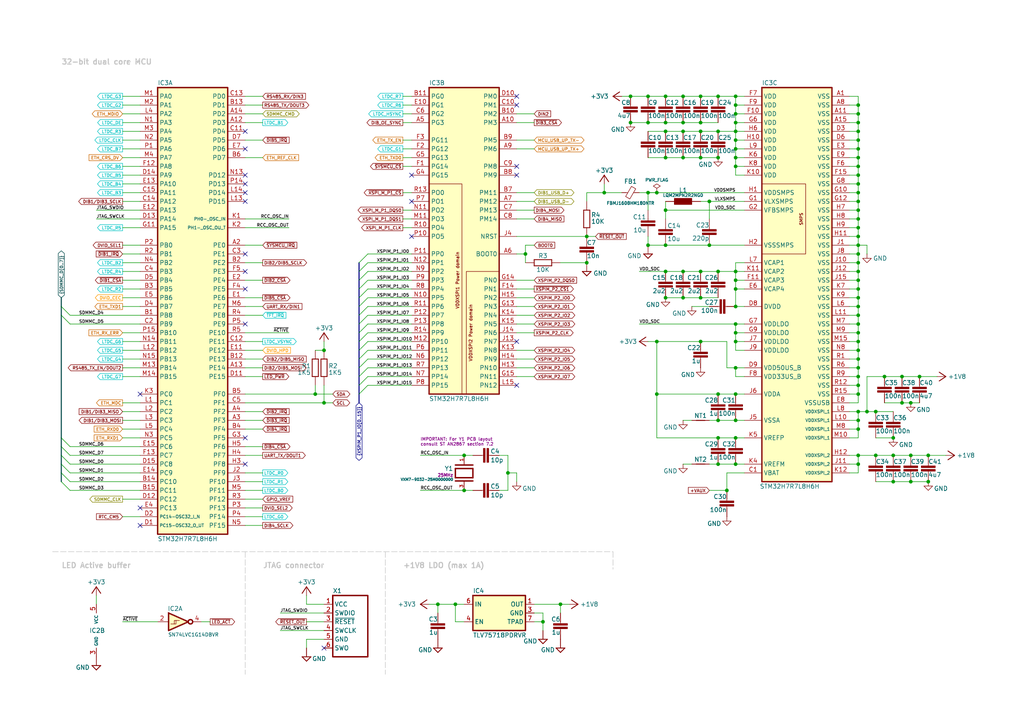
<source format=kicad_sch>
(kicad_sch (version 20250114) (generator "eeschema") (generator_version "9.0")
  (paper "A4")
  (title_block (title "${project_name}") (date "2025-12-27") (rev "${project_version}") (company "${project_creator}") (comment 1 "${project_license}") (comment 2 "${project_info}") (comment 3 "${project_url}"))
  (text "32-bit dual core MCU" (at 17.78 19.05 0) (effects (font (size 1.524 1.524) (thickness 0.3048) (bold yes)) (justify left bottom)))
  (text "LED Active buffer" (at 17.78 165.1 0) (effects (font (size 1.524 1.524) (thickness 0.3048) (bold yes)) (justify left bottom)))
  (text "JTAG connector" (at 76.2 165.1 0) (effects (font (size 1.524 1.524) (thickness 0.3048) (bold yes)) (justify left bottom)))
  (text "IMPORTANT: For Y1 PCB layout\nconsult ST AN2867 section 7.2" (at 121.92 129.54 0) (effects (font (size 0.889 0.889)) (justify left bottom)))
  (text "+1V8 LDO (max 1A)" (at 116.84 165.1 0) (effects (font (size 1.524 1.524) (thickness 0.3048) (bold yes)) (justify left bottom)))
  (junction (at 193.04 86.36))
  (junction (at 134.62 132.08))
  (junction (at 213.36 93.98))
  (junction (at 205.74 71.12))
  (junction (at 190.5 114.3))
  (junction (at 248.92 109.22))
  (junction (at 193.04 71.12))
  (junction (at 259.08 139.7))
  (junction (at 248.92 78.74))
  (junction (at 93.98 116.84))
  (junction (at 208.28 134.62))
  (junction (at 256.54 109.22))
  (junction (at 210.82 142.24))
  (junction (at 248.92 93.98))
  (junction (at 248.92 40.64))
  (junction (at 213.36 30.48))
  (junction (at 187.96 55.88))
  (junction (at 248.92 83.82))
  (junction (at 248.92 124.46))
  (junction (at 182.88 27.94))
  (junction (at 248.92 53.34))
  (junction (at 248.92 68.58))
  (junction (at 132.08 175.26))
  (junction (at 264.16 116.84))
  (junction (at 266.7 109.22))
  (junction (at 203.2 99.06))
  (junction (at 208.28 127))
  (junction (at 203.2 86.36))
  (junction (at 193.04 78.74))
  (junction (at 213.36 127))
  (junction (at 248.92 81.28))
  (junction (at 248.92 48.26))
  (junction (at 213.36 45.72))
  (junction (at 248.92 104.14))
  (junction (at 213.36 121.92))
  (junction (at 248.92 45.72))
  (junction (at 198.12 86.36))
  (junction (at 193.04 35.56))
  (junction (at 259.08 132.08))
  (junction (at 134.62 142.24))
  (junction (at 248.92 76.2))
  (junction (at 248.92 50.8))
  (junction (at 213.36 48.26))
  (junction (at 127 175.26))
  (junction (at 208.28 121.92))
  (junction (at 248.92 60.96))
  (junction (at 248.92 121.92))
  (junction (at 248.92 35.56))
  (junction (at 193.04 27.94))
  (junction (at 213.36 33.02))
  (junction (at 170.18 68.58))
  (junction (at 213.36 40.64))
  (junction (at 198.12 38.1))
  (junction (at 187.96 71.12))
  (junction (at 248.92 99.06))
  (junction (at 248.92 58.42))
  (junction (at 248.92 71.12))
  (junction (at 208.28 114.3))
  (junction (at 170.18 76.2))
  (junction (at 203.2 78.74))
  (junction (at 213.36 81.28))
  (junction (at 162.56 175.26))
  (junction (at 264.16 139.7))
  (junction (at 187.96 35.56))
  (junction (at 248.92 30.48))
  (junction (at 248.92 33.02))
  (junction (at 213.36 114.3))
  (junction (at 198.12 35.56))
  (junction (at 248.92 106.68))
  (junction (at 91.44 114.3))
  (junction (at 208.28 45.72))
  (junction (at 213.36 83.82))
  (junction (at 203.2 45.72))
  (junction (at 248.92 96.52))
  (junction (at 259.08 127))
  (junction (at 193.04 38.1))
  (junction (at 248.92 114.3))
  (junction (at 193.04 60.96))
  (junction (at 248.92 119.38))
  (junction (at 213.36 27.94))
  (junction (at 213.36 96.52))
  (junction (at 152.4 73.66))
  (junction (at 248.92 73.66))
  (junction (at 198.12 27.94))
  (junction (at 248.92 55.88))
  (junction (at 205.74 58.42))
  (junction (at 93.98 101.6))
  (junction (at 182.88 35.56))
  (junction (at 264.16 132.08))
  (junction (at 213.36 43.18))
  (junction (at 248.92 88.9))
  (junction (at 203.2 27.94))
  (junction (at 254 132.08))
  (junction (at 213.36 88.9))
  (junction (at 269.24 139.7))
  (junction (at 248.92 111.76))
  (junction (at 208.28 27.94))
  (junction (at 213.36 78.74))
  (junction (at 261.62 116.84))
  (junction (at 157.48 180.34))
  (junction (at 190.5 55.88))
  (junction (at 213.36 38.1))
  (junction (at 193.04 45.72))
  (junction (at 248.92 43.18))
  (junction (at 208.28 78.74))
  (junction (at 248.92 134.62))
  (junction (at 248.92 66.04))
  (junction (at 248.92 38.1))
  (junction (at 269.24 132.08))
  (junction (at 261.62 109.22))
  (junction (at 203.2 38.1))
  (junction (at 251.46 119.38))
  (junction (at 187.96 27.94))
  (junction (at 248.92 86.36))
  (junction (at 147.32 137.16))
  (junction (at 213.36 134.62))
  (junction (at 175.26 55.88))
  (junction (at 248.92 101.6))
  (junction (at 213.36 35.56))
  (junction (at 203.2 35.56))
  (junction (at 213.36 106.68))
  (junction (at 190.5 99.06))
  (junction (at 248.92 63.5))
  (junction (at 254 119.38))
  (junction (at 213.36 99.06))
  (junction (at 198.12 45.72))
  (junction (at 198.12 78.74))
  (junction (at 208.28 38.1))
  (junction (at 248.92 132.08))
  (junction (at 248.92 91.44))
  (no_connect (at 149.86 111.76))
  (no_connect (at 40.64 147.32))
  (no_connect (at 149.86 27.94))
  (no_connect (at 119.38 68.58))
  (no_connect (at 71.12 127))
  (no_connect (at 149.86 30.48))
  (no_connect (at 149.86 99.06))
  (no_connect (at 119.38 50.8))
  (no_connect (at 149.86 48.26))
  (no_connect (at 71.12 53.34))
  (no_connect (at 71.12 55.88))
  (no_connect (at 71.12 38.1))
  (no_connect (at 71.12 73.66))
  (no_connect (at 71.12 43.18))
  (no_connect (at 71.12 134.62))
  (no_connect (at 71.12 50.8))
  (no_connect (at 71.12 83.82))
  (no_connect (at 40.64 114.3))
  (no_connect (at 93.98 187.96))
  (no_connect (at 71.12 78.74))
  (no_connect (at 71.12 93.98))
  (no_connect (at 149.86 50.8))
  (no_connect (at 71.12 58.42))
  (no_connect (at 119.38 58.42))
  (no_connect (at 40.64 152.4))
  (bus_entry (at 106.68 88.9) (size -2.54 2.54))
  (bus_entry (at 106.68 81.28) (size -2.54 2.54))
  (bus_entry (at 17.78 134.62) (size 2.54 2.54))
  (bus_entry (at 106.68 106.68) (size -2.54 2.54))
  (bus_entry (at 17.78 132.08) (size 2.54 2.54))
  (bus_entry (at 17.78 91.44) (size 2.54 2.54))
  (bus_entry (at 106.68 91.44) (size -2.54 2.54))
  (bus_entry (at 106.68 83.82) (size -2.54 2.54))
  (bus_entry (at 106.68 76.2) (size -2.54 2.54))
  (bus_entry (at 17.78 129.54) (size 2.54 2.54))
  (bus_entry (at 106.68 93.98) (size -2.54 2.54))
  (bus_entry (at 17.78 127) (size 2.54 2.54))
  (bus_entry (at 17.78 139.7) (size 2.54 2.54))
  (bus_entry (at 106.68 109.22) (size -2.54 2.54))
  (bus_entry (at 106.68 86.36) (size -2.54 2.54))
  (bus_entry (at 106.68 96.52) (size -2.54 2.54))
  (bus_entry (at 106.68 111.76) (size -2.54 2.54))
  (bus_entry (at 17.78 88.9) (size 2.54 2.54))
  (bus_entry (at 106.68 104.14) (size -2.54 2.54))
  (bus_entry (at 106.68 73.66) (size -2.54 2.54))
  (bus_entry (at 17.78 137.16) (size 2.54 2.54))
  (bus_entry (at 106.68 101.6) (size -2.54 2.54))
  (bus_entry (at 106.68 78.74) (size -2.54 2.54))
  (bus_entry (at 106.68 99.06) (size -2.54 2.54))
  (polyline (pts (xy 71.12 160.02) (xy 71.12 195.58)) (stroke (width 0.1524) (type dash) (color 194 194 194 1)))
  (wire (pts (xy 157.48 180.34) (xy 157.48 182.88)))
  (wire (pts (xy 205.74 63.5) (xy 205.74 58.42)) (stroke (width 0.1524)))
  (wire (pts (xy 246.38 76.2) (xy 248.92 76.2)))
  (wire (pts (xy 35.56 40.64) (xy 40.64 40.64)))
  (wire (pts (xy 162.56 175.26) (xy 165.1 175.26)))
  (wire (pts (xy 35.56 76.2) (xy 40.64 76.2)))
  (wire (pts (xy 83.82 96.52) (xy 71.12 96.52)))
  (wire (pts (xy 81.28 177.8) (xy 93.98 177.8)))
  (wire (pts (xy 213.36 76.2) (xy 213.36 78.74)))
  (wire (pts (xy 213.36 33.02) (xy 213.36 35.56)))
  (wire (pts (xy 27.94 172.72) (xy 27.94 175.26)))
  (wire (pts (xy 203.2 86.36) (xy 208.28 86.36)))
  (wire (pts (xy 76.2 30.48) (xy 71.12 30.48)))
  (wire (pts (xy 213.36 121.92) (xy 215.9 121.92)))
  (wire (pts (xy 149.86 68.58) (xy 170.18 68.58)))
  (wire (pts (xy 35.56 58.42) (xy 40.64 58.42)))
  (wire (pts (xy 246.38 106.68) (xy 248.92 106.68)))
  (wire (pts (xy 106.68 78.74) (xy 119.38 78.74)))
  (bus (pts (xy 17.78 86.36) (xy 17.78 88.9)) (stroke (width 0) (color 0 72 72 1)))
  (wire (pts (xy 116.84 63.5) (xy 119.38 63.5)))
  (wire (pts (xy 208.28 114.3) (xy 213.36 114.3)))
  (wire (pts (xy 210.82 142.24) (xy 210.82 137.16)))
  (wire (pts (xy 208.28 127) (xy 213.36 127)))
  (bus (pts (xy 104.14 76.2) (xy 104.14 78.74)))
  (wire (pts (xy 251.46 109.22) (xy 256.54 109.22)))
  (wire (pts (xy 248.92 91.44) (xy 248.92 93.98)))
  (wire (pts (xy 76.2 119.38) (xy 71.12 119.38)))
  (wire (pts (xy 248.92 104.14) (xy 248.92 106.68)))
  (wire (pts (xy 246.38 27.94) (xy 248.92 27.94)))
  (wire (pts (xy 149.86 137.16) (xy 149.86 139.7)))
  (wire (pts (xy 154.94 180.34) (xy 157.48 180.34)))
  (bus (pts (xy 17.78 134.62) (xy 17.78 137.16)) (stroke (width 0) (color 0 72 72 1)))
  (wire (pts (xy 20.32 91.44) (xy 40.64 91.44)))
  (wire (pts (xy 254 119.38) (xy 259.08 119.38)))
  (wire (pts (xy 35.56 149.86) (xy 40.64 149.86)))
  (wire (pts (xy 154.94 101.6) (xy 149.86 101.6)))
  (wire (pts (xy 187.96 55.88) (xy 187.96 60.96)) (stroke (width 0.1524)))
  (wire (pts (xy 203.2 78.74) (xy 208.28 78.74)))
  (wire (pts (xy 76.2 91.44) (xy 71.12 91.44)))
  (wire (pts (xy 27.94 63.5) (xy 40.64 63.5)))
  (wire (pts (xy 246.38 134.62) (xy 248.92 134.62)))
  (wire (pts (xy 248.92 35.56) (xy 248.92 38.1)))
  (wire (pts (xy 106.68 81.28) (xy 119.38 81.28)))
  (wire (pts (xy 213.36 106.68) (xy 215.9 106.68)))
  (wire (pts (xy 93.98 116.84) (xy 71.12 116.84)))
  (bus (pts (xy 104.14 83.82) (xy 104.14 86.36)))
  (wire (pts (xy 35.56 66.04) (xy 40.64 66.04)))
  (wire (pts (xy 190.5 99.06) (xy 203.2 99.06)))
  (wire (pts (xy 190.5 127) (xy 208.28 127)))
  (wire (pts (xy 35.56 86.36) (xy 40.64 86.36)))
  (wire (pts (xy 248.92 119.38) (xy 248.92 121.92)))
  (wire (pts (xy 248.92 83.82) (xy 248.92 86.36)))
  (wire (pts (xy 213.36 48.26) (xy 213.36 50.8)))
  (wire (pts (xy 116.84 30.48) (xy 119.38 30.48)))
  (wire (pts (xy 246.38 93.98) (xy 248.92 93.98)))
  (wire (pts (xy 213.36 35.56) (xy 215.9 35.56)))
  (wire (pts (xy 35.56 48.26) (xy 40.64 48.26)))
  (wire (pts (xy 246.38 83.82) (xy 248.92 83.82)))
  (wire (pts (xy 248.92 38.1) (xy 248.92 40.64)))
  (wire (pts (xy 35.56 73.66) (xy 40.64 73.66)))
  (wire (pts (xy 35.56 180.34) (xy 45.72 180.34)))
  (wire (pts (xy 81.28 182.88) (xy 93.98 182.88)))
  (wire (pts (xy 154.94 106.68) (xy 149.86 106.68)))
  (wire (pts (xy 246.38 88.9) (xy 248.92 88.9)))
  (wire (pts (xy 213.36 40.64) (xy 215.9 40.64)))
  (wire (pts (xy 213.36 114.3) (xy 215.9 114.3)))
  (wire (pts (xy 35.56 30.48) (xy 40.64 30.48)))
  (wire (pts (xy 20.32 132.08) (xy 40.64 132.08)))
  (wire (pts (xy 170.18 55.88) (xy 175.26 55.88)))
  (wire (pts (xy 71.12 147.32) (xy 76.2 147.32)))
  (wire (pts (xy 35.56 116.84) (xy 40.64 116.84)))
  (wire (pts (xy 256.54 109.22) (xy 261.62 109.22)))
  (wire (pts (xy 35.56 101.6) (xy 40.64 101.6)))
  (wire (pts (xy 154.94 83.82) (xy 149.86 83.82)))
  (wire (pts (xy 137.16 142.24) (xy 134.62 142.24)))
  (wire (pts (xy 246.38 86.36) (xy 248.92 86.36)))
  (wire (pts (xy 106.68 106.68) (xy 119.38 106.68)))
  (wire (pts (xy 213.36 58.42) (xy 215.9 58.42)))
  (wire (pts (xy 193.04 86.36) (xy 198.12 86.36)))
  (wire (pts (xy 246.38 60.96) (xy 248.92 60.96)))
  (bus (pts (xy 104.14 101.6) (xy 104.14 104.14)))
  (wire (pts (xy 213.36 58.42) (xy 205.74 58.42)) (stroke (width 0.1524)))
  (wire (pts (xy 20.32 139.7) (xy 40.64 139.7)))
  (wire (pts (xy 248.92 111.76) (xy 248.92 114.3)))
  (wire (pts (xy 213.36 76.2) (xy 215.9 76.2)))
  (wire (pts (xy 154.94 60.96) (xy 149.86 60.96)))
  (wire (pts (xy 185.42 93.98) (xy 213.36 93.98)))
  (wire (pts (xy 71.12 88.9) (xy 76.2 88.9)))
  (wire (pts (xy 76.2 106.68) (xy 71.12 106.68)))
  (wire (pts (xy 132.08 180.34) (xy 134.62 180.34)))
  (wire (pts (xy 116.84 66.04) (xy 119.38 66.04)))
  (wire (pts (xy 248.92 30.48) (xy 248.92 33.02)))
  (wire (pts (xy 208.28 134.62) (xy 213.36 134.62)))
  (bus (pts (xy 104.14 106.68) (xy 104.14 109.22)))
  (bus (pts (xy 17.78 127) (xy 17.78 129.54)) (stroke (width 0) (color 0 72 72 1)))
  (wire (pts (xy 190.5 99.06) (xy 190.5 114.3)))
  (wire (pts (xy 213.36 60.96) (xy 193.04 60.96)) (stroke (width 0.1524)))
  (wire (pts (xy 208.28 38.1) (xy 213.36 38.1)))
  (wire (pts (xy 248.92 78.74) (xy 248.92 81.28)))
  (wire (pts (xy 246.38 127) (xy 248.92 127)))
  (wire (pts (xy 76.2 86.36) (xy 71.12 86.36)))
  (polyline (pts (xy 111.76 160.02) (xy 111.76 195.58)) (stroke (width 0.1524) (type dash) (color 194 194 194 1)))
  (wire (pts (xy 246.38 48.26) (xy 248.92 48.26)))
  (wire (pts (xy 147.32 137.16) (xy 147.32 142.24)))
  (wire (pts (xy 76.2 40.64) (xy 71.12 40.64)))
  (wire (pts (xy 193.04 35.56) (xy 198.12 35.56)))
  (wire (pts (xy 208.28 78.74) (xy 213.36 78.74)))
  (wire (pts (xy 106.68 91.44) (xy 119.38 91.44)))
  (wire (pts (xy 213.36 43.18) (xy 213.36 45.72)))
  (wire (pts (xy 76.2 104.14) (xy 71.12 104.14)))
  (wire (pts (xy 213.36 50.8) (xy 215.9 50.8)))
  (wire (pts (xy 213.36 27.94) (xy 213.36 30.48)))
  (wire (pts (xy 246.38 33.02) (xy 248.92 33.02)))
  (wire (pts (xy 246.38 30.48) (xy 248.92 30.48)))
  (wire (pts (xy 35.56 78.74) (xy 40.64 78.74)))
  (wire (pts (xy 175.26 53.34) (xy 175.26 55.88)))
  (wire (pts (xy 35.56 119.38) (xy 40.64 119.38)))
  (wire (pts (xy 246.38 109.22) (xy 248.92 109.22)))
  (wire (pts (xy 154.94 96.52) (xy 149.86 96.52)))
  (wire (pts (xy 116.84 33.02) (xy 119.38 33.02)))
  (wire (pts (xy 152.4 71.12) (xy 152.4 73.66)))
  (wire (pts (xy 88.9 180.34) (xy 93.98 180.34)))
  (wire (pts (xy 213.36 55.88) (xy 190.5 55.88)) (stroke (width 0.1524)))
  (wire (pts (xy 76.2 144.78) (xy 71.12 144.78)))
  (wire (pts (xy 213.36 45.72) (xy 213.36 48.26)))
  (wire (pts (xy 203.2 27.94) (xy 208.28 27.94)))
  (wire (pts (xy 147.32 132.08) (xy 147.32 137.16)))
  (wire (pts (xy 256.54 116.84) (xy 261.62 116.84)))
  (wire (pts (xy 251.46 109.22) (xy 251.46 119.38)))
  (wire (pts (xy 20.32 134.62) (xy 40.64 134.62)))
  (wire (pts (xy 134.62 142.24) (xy 121.92 142.24)))
  (wire (pts (xy 213.36 96.52) (xy 215.9 96.52)))
  (wire (pts (xy 76.2 76.2) (xy 71.12 76.2)))
  (wire (pts (xy 154.94 35.56) (xy 149.86 35.56)))
  (wire (pts (xy 35.56 33.02) (xy 40.64 33.02)))
  (wire (pts (xy 106.68 104.14) (xy 119.38 104.14)))
  (wire (pts (xy 248.92 45.72) (xy 248.92 48.26)))
  (wire (pts (xy 248.92 33.02) (xy 248.92 35.56)))
  (polyline (pts (xy 177.8 160.02) (xy 177.8 165.1)) (stroke (width 0.1524) (type dash) (color 194 194 194 1)))
  (wire (pts (xy 246.38 71.12) (xy 248.92 71.12)))
  (wire (pts (xy 76.2 149.86) (xy 71.12 149.86)))
  (wire (pts (xy 116.84 55.88) (xy 119.38 55.88)))
  (wire (pts (xy 246.38 132.08) (xy 248.92 132.08)))
  (wire (pts (xy 27.94 60.96) (xy 40.64 60.96)))
  (wire (pts (xy 76.2 33.02) (xy 71.12 33.02)))
  (wire (pts (xy 246.38 99.06) (xy 248.92 99.06)))
  (bus (pts (xy 104.14 99.06) (xy 104.14 101.6)))
  (wire (pts (xy 149.86 137.16) (xy 147.32 137.16)))
  (wire (pts (xy 248.92 66.04) (xy 248.92 68.58)))
  (wire (pts (xy 91.44 101.6) (xy 93.98 101.6)))
  (wire (pts (xy 248.92 68.58) (xy 248.92 71.12)))
  (wire (pts (xy 88.9 175.26) (xy 93.98 175.26)))
  (wire (pts (xy 35.56 124.46) (xy 40.64 124.46)))
  (bus (pts (xy 104.14 104.14) (xy 104.14 106.68)))
  (wire (pts (xy 116.84 48.26) (xy 119.38 48.26)))
  (wire (pts (xy 248.92 101.6) (xy 248.92 104.14)))
  (wire (pts (xy 71.12 114.3) (xy 91.44 114.3)))
  (wire (pts (xy 248.92 48.26) (xy 248.92 50.8)))
  (wire (pts (xy 35.56 38.1) (xy 40.64 38.1)))
  (wire (pts (xy 248.92 119.38) (xy 251.46 119.38)))
  (wire (pts (xy 213.36 127) (xy 215.9 127)))
  (bus (pts (xy 104.14 93.98) (xy 104.14 96.52)))
  (wire (pts (xy 154.94 55.88) (xy 149.86 55.88)))
  (wire (pts (xy 208.28 121.92) (xy 213.36 121.92)))
  (wire (pts (xy 106.68 88.9) (xy 119.38 88.9)))
  (bus (pts (xy 104.14 91.44) (xy 104.14 93.98)))
  (bus (pts (xy 104.14 78.74) (xy 104.14 81.28)))
  (wire (pts (xy 248.92 124.46) (xy 248.92 127)))
  (wire (pts (xy 248.92 109.22) (xy 248.92 111.76)))
  (wire (pts (xy 198.12 45.72) (xy 203.2 45.72)))
  (wire (pts (xy 198.12 27.94) (xy 203.2 27.94)))
  (wire (pts (xy 35.56 144.78) (xy 40.64 144.78)))
  (wire (pts (xy 91.44 111.76) (xy 91.44 114.3)))
  (wire (pts (xy 254 132.08) (xy 259.08 132.08)))
  (wire (pts (xy 106.68 93.98) (xy 119.38 93.98)))
  (wire (pts (xy 149.86 33.02) (xy 154.94 33.02)))
  (wire (pts (xy 213.36 40.64) (xy 213.36 43.18)))
  (wire (pts (xy 213.36 30.48) (xy 213.36 33.02)))
  (wire (pts (xy 193.04 27.94) (xy 198.12 27.94)))
  (wire (pts (xy 248.92 53.34) (xy 248.92 55.88)))
  (wire (pts (xy 154.94 63.5) (xy 149.86 63.5)))
  (wire (pts (xy 246.38 96.52) (xy 248.92 96.52)))
  (wire (pts (xy 213.36 99.06) (xy 215.9 99.06)))
  (wire (pts (xy 246.38 114.3) (xy 248.92 114.3)))
  (wire (pts (xy 76.2 99.06) (xy 71.12 99.06)))
  (wire (pts (xy 193.04 63.5) (xy 193.04 60.96)) (stroke (width 0.1524)))
  (wire (pts (xy 20.32 142.24) (xy 40.64 142.24)))
  (wire (pts (xy 248.92 99.06) (xy 248.92 101.6)))
  (wire (pts (xy 248.92 63.5) (xy 248.92 66.04)))
  (wire (pts (xy 246.38 78.74) (xy 248.92 78.74)))
  (wire (pts (xy 208.28 27.94) (xy 213.36 27.94)))
  (wire (pts (xy 264.16 132.08) (xy 269.24 132.08)))
  (bus (pts (xy 17.78 88.9) (xy 17.78 91.44)) (stroke (width 0) (color 0 72 72 1)))
  (wire (pts (xy 213.36 88.9) (xy 215.9 88.9)))
  (wire (pts (xy 213.36 38.1) (xy 215.9 38.1)))
  (wire (pts (xy 248.92 43.18) (xy 248.92 45.72)))
  (wire (pts (xy 203.2 45.72) (xy 208.28 45.72)))
  (wire (pts (xy 116.84 45.72) (xy 119.38 45.72)))
  (wire (pts (xy 248.92 88.9) (xy 248.92 91.44)))
  (wire (pts (xy 106.68 111.76) (xy 119.38 111.76)))
  (wire (pts (xy 83.82 63.5) (xy 71.12 63.5)))
  (wire (pts (xy 213.36 134.62) (xy 215.9 134.62)))
  (wire (pts (xy 106.68 83.82) (xy 119.38 83.82)))
  (wire (pts (xy 154.94 86.36) (xy 149.86 86.36)))
  (wire (pts (xy 35.56 106.68) (xy 40.64 106.68)))
  (wire (pts (xy 20.32 93.98) (xy 40.64 93.98)))
  (wire (pts (xy 106.68 101.6) (xy 119.38 101.6)))
  (wire (pts (xy 116.84 43.18) (xy 119.38 43.18)))
  (wire (pts (xy 261.62 109.22) (xy 266.7 109.22)))
  (wire (pts (xy 266.7 116.84) (xy 264.16 116.84)))
  (wire (pts (xy 185.42 55.88) (xy 187.96 55.88)))
  (wire (pts (xy 246.38 104.14) (xy 248.92 104.14)))
  (wire (pts (xy 154.94 175.26) (xy 162.56 175.26)))
  (wire (pts (xy 172.72 68.58) (xy 170.18 68.58)))
  (wire (pts (xy 213.36 78.74) (xy 215.9 78.74)))
  (wire (pts (xy 35.56 127) (xy 40.64 127)))
  (wire (pts (xy 213.36 60.96) (xy 215.9 60.96)))
  (wire (pts (xy 203.2 38.1) (xy 208.28 38.1)))
  (bus (pts (xy 104.14 114.3) (xy 104.14 116.84)))
  (wire (pts (xy 35.56 53.34) (xy 40.64 53.34)))
  (wire (pts (xy 187.96 99.06) (xy 190.5 99.06)))
  (wire (pts (xy 248.92 81.28) (xy 248.92 83.82)))
  (wire (pts (xy 152.4 71.12) (xy 154.94 71.12)))
  (bus (pts (xy 17.78 129.54) (xy 17.78 132.08)) (stroke (width 0) (color 0 72 72 1)))
  (wire (pts (xy 162.56 76.2) (xy 170.18 76.2)))
  (wire (pts (xy 35.56 45.72) (xy 40.64 45.72)))
  (wire (pts (xy 127 175.26) (xy 132.08 175.26)))
  (wire (pts (xy 180.34 27.94) (xy 182.88 27.94)))
  (wire (pts (xy 248.92 132.08) (xy 248.92 134.62)))
  (wire (pts (xy 246.38 35.56) (xy 248.92 35.56)))
  (wire (pts (xy 190.5 55.88) (xy 187.96 55.88)))
  (wire (pts (xy 198.12 134.62) (xy 200.66 134.62)))
  (wire (pts (xy 203.2 35.56) (xy 208.28 35.56)))
  (wire (pts (xy 213.36 93.98) (xy 215.9 93.98)))
  (wire (pts (xy 58.42 180.34) (xy 60.96 180.34)))
  (wire (pts (xy 213.36 99.06) (xy 213.36 101.6)))
  (wire (pts (xy 210.82 137.16) (xy 215.9 137.16)))
  (wire (pts (xy 198.12 38.1) (xy 203.2 38.1)))
  (wire (pts (xy 259.08 132.08) (xy 264.16 132.08)))
  (bus (pts (xy 104.14 81.28) (xy 104.14 83.82)))
  (wire (pts (xy 198.12 35.56) (xy 203.2 35.56)))
  (wire (pts (xy 193.04 60.96) (xy 193.04 58.42)) (stroke (width 0.1524)))
  (wire (pts (xy 213.36 45.72) (xy 215.9 45.72)))
  (wire (pts (xy 154.94 58.42) (xy 149.86 58.42)))
  (wire (pts (xy 246.38 68.58) (xy 248.92 68.58)))
  (wire (pts (xy 261.62 116.84) (xy 264.16 116.84)))
  (wire (pts (xy 248.92 73.66) (xy 248.92 76.2)))
  (wire (pts (xy 106.68 96.52) (xy 119.38 96.52)))
  (wire (pts (xy 154.94 88.9) (xy 149.86 88.9)))
  (wire (pts (xy 182.88 35.56) (xy 187.96 35.56)))
  (bus (pts (xy 104.14 109.22) (xy 104.14 111.76)))
  (wire (pts (xy 213.36 83.82) (xy 213.36 88.9)))
  (wire (pts (xy 93.98 111.76) (xy 93.98 116.84)))
  (wire (pts (xy 254 139.7) (xy 259.08 139.7)))
  (wire (pts (xy 246.38 50.8) (xy 248.92 50.8)))
  (wire (pts (xy 76.2 71.12) (xy 71.12 71.12)))
  (bus (pts (xy 104.14 88.9) (xy 104.14 91.44)))
  (wire (pts (xy 124.46 175.26) (xy 127 175.26)))
  (wire (pts (xy 213.36 93.98) (xy 213.36 96.52)))
  (wire (pts (xy 88.9 172.72) (xy 88.9 175.26)))
  (wire (pts (xy 193.04 78.74) (xy 198.12 78.74)))
  (wire (pts (xy 246.38 116.84) (xy 248.92 116.84)))
  (wire (pts (xy 198.12 86.36) (xy 203.2 86.36)))
  (wire (pts (xy 246.38 91.44) (xy 248.92 91.44)))
  (wire (pts (xy 205.74 142.24) (xy 210.82 142.24)))
  (wire (pts (xy 269.24 132.08) (xy 274.32 132.08)))
  (wire (pts (xy 246.38 53.34) (xy 248.92 53.34)))
  (wire (pts (xy 35.56 27.94) (xy 40.64 27.94)))
  (wire (pts (xy 266.7 109.22) (xy 271.78 109.22)))
  (wire (pts (xy 157.48 177.8) (xy 157.48 180.34)))
  (wire (pts (xy 154.94 104.14) (xy 149.86 104.14)))
  (wire (pts (xy 248.92 132.08) (xy 254 132.08)))
  (wire (pts (xy 35.56 121.92) (xy 40.64 121.92)))
  (wire (pts (xy 116.84 60.96) (xy 119.38 60.96)))
  (wire (pts (xy 147.32 132.08) (xy 144.78 132.08)))
  (wire (pts (xy 213.36 30.48) (xy 215.9 30.48)))
  (wire (pts (xy 246.38 124.46) (xy 248.92 124.46)))
  (wire (pts (xy 213.36 106.68) (xy 213.36 109.22)))
  (wire (pts (xy 132.08 175.26) (xy 132.08 180.34)))
  (wire (pts (xy 246.38 121.92) (xy 248.92 121.92)))
  (wire (pts (xy 190.5 55.88) (xy 187.96 55.88)) (stroke (width 0.1524)))
  (wire (pts (xy 35.56 99.06) (xy 40.64 99.06)))
  (wire (pts (xy 35.56 71.12) (xy 40.64 71.12)))
  (wire (pts (xy 106.68 76.2) (xy 119.38 76.2)))
  (wire (pts (xy 248.92 76.2) (xy 248.92 78.74)))
  (wire (pts (xy 259.08 139.7) (xy 264.16 139.7)))
  (wire (pts (xy 20.32 137.16) (xy 40.64 137.16)))
  (wire (pts (xy 187.96 27.94) (xy 193.04 27.94)))
  (wire (pts (xy 200.66 88.9) (xy 205.74 88.9)))
  (wire (pts (xy 106.68 86.36) (xy 119.38 86.36)))
  (wire (pts (xy 246.38 73.66) (xy 248.92 73.66)))
  (wire (pts (xy 35.56 96.52) (xy 40.64 96.52)))
  (wire (pts (xy 246.38 66.04) (xy 248.92 66.04)))
  (wire (pts (xy 154.94 109.22) (xy 149.86 109.22)))
  (bus (pts (xy 17.78 91.44) (xy 17.78 127)) (stroke (width 0) (color 0 72 72 1)))
  (wire (pts (xy 154.94 43.18) (xy 149.86 43.18)))
  (wire (pts (xy 213.36 81.28) (xy 215.9 81.28)))
  (wire (pts (xy 213.36 101.6) (xy 215.9 101.6)))
  (wire (pts (xy 198.12 78.74) (xy 203.2 78.74)))
  (wire (pts (xy 187.96 68.58) (xy 187.96 71.12)))
  (wire (pts (xy 248.92 86.36) (xy 248.92 88.9)))
  (wire (pts (xy 76.2 124.46) (xy 71.12 124.46)))
  (wire (pts (xy 147.32 142.24) (xy 144.78 142.24)))
  (wire (pts (xy 152.4 76.2) (xy 152.4 73.66)))
  (wire (pts (xy 35.56 83.82) (xy 40.64 83.82)))
  (wire (pts (xy 175.26 55.88) (xy 180.34 55.88)))
  (wire (pts (xy 248.92 106.68) (xy 248.92 109.22)))
  (wire (pts (xy 116.84 35.56) (xy 119.38 35.56)))
  (wire (pts (xy 246.38 137.16) (xy 248.92 137.16)))
  (wire (pts (xy 193.04 45.72) (xy 198.12 45.72)))
  (wire (pts (xy 187.96 45.72) (xy 193.04 45.72)))
  (wire (pts (xy 76.2 129.54) (xy 71.12 129.54)))
  (wire (pts (xy 88.9 185.42) (xy 93.98 185.42)))
  (wire (pts (xy 213.36 27.94) (xy 215.9 27.94)))
  (wire (pts (xy 213.36 81.28) (xy 213.36 83.82)))
  (wire (pts (xy 35.56 81.28) (xy 40.64 81.28)))
  (wire (pts (xy 248.92 58.42) (xy 248.92 60.96)))
  (wire (pts (xy 246.38 81.28) (xy 248.92 81.28)))
  (wire (pts (xy 251.46 71.12) (xy 251.46 73.66)))
  (wire (pts (xy 116.84 27.94) (xy 119.38 27.94)))
  (wire (pts (xy 248.92 93.98) (xy 248.92 96.52)))
  (wire (pts (xy 248.92 55.88) (xy 248.92 58.42)))
  (wire (pts (xy 76.2 109.22) (xy 71.12 109.22)))
  (wire (pts (xy 35.56 43.18) (xy 40.64 43.18)))
  (wire (pts (xy 208.28 134.62) (xy 205.74 134.62)))
  (wire (pts (xy 96.52 116.84) (xy 93.98 116.84)))
  (wire (pts (xy 248.92 121.92) (xy 248.92 124.46)))
  (wire (pts (xy 248.92 71.12) (xy 251.46 71.12)))
  (wire (pts (xy 210.82 99.06) (xy 210.82 106.68)))
  (wire (pts (xy 88.9 185.42) (xy 88.9 187.96)))
  (wire (pts (xy 182.88 27.94) (xy 187.96 27.94)))
  (wire (pts (xy 246.38 55.88) (xy 248.92 55.88)))
  (wire (pts (xy 248.92 27.94) (xy 248.92 30.48)))
  (wire (pts (xy 76.2 137.16) (xy 71.12 137.16)))
  (wire (pts (xy 193.04 38.1) (xy 198.12 38.1)))
  (wire (pts (xy 246.38 119.38) (xy 248.92 119.38)))
  (wire (pts (xy 190.5 114.3) (xy 208.28 114.3)))
  (wire (pts (xy 35.56 50.8) (xy 40.64 50.8)))
  (wire (pts (xy 76.2 139.7) (xy 71.12 139.7)))
  (wire (pts (xy 76.2 35.56) (xy 71.12 35.56)))
  (wire (pts (xy 246.38 63.5) (xy 248.92 63.5)))
  (wire (pts (xy 248.92 71.12) (xy 248.92 73.66)))
  (wire (pts (xy 213.36 96.52) (xy 213.36 99.06)))
  (wire (pts (xy 76.2 81.28) (xy 71.12 81.28)))
  (wire (pts (xy 76.2 27.94) (xy 71.12 27.94)))
  (wire (pts (xy 246.38 38.1) (xy 248.92 38.1)))
  (wire (pts (xy 152.4 73.66) (xy 149.86 73.66)))
  (wire (pts (xy 35.56 104.14) (xy 40.64 104.14)))
  (wire (pts (xy 248.92 114.3) (xy 248.92 116.84)))
  (wire (pts (xy 248.92 96.52) (xy 248.92 99.06)))
  (wire (pts (xy 208.28 121.92) (xy 205.74 121.92)))
  (wire (pts (xy 116.84 40.64) (xy 119.38 40.64)))
  (wire (pts (xy 162.56 175.26) (xy 162.56 177.8)))
  (wire (pts (xy 154.94 177.8) (xy 157.48 177.8)))
  (wire (pts (xy 248.92 134.62) (xy 248.92 137.16)))
  (wire (pts (xy 213.36 48.26) (xy 215.9 48.26)))
  (wire (pts (xy 248.92 50.8) (xy 248.92 53.34)))
  (wire (pts (xy 190.5 114.3) (xy 190.5 127)))
  (bus (pts (xy 104.14 96.52) (xy 104.14 99.06)))
  (wire (pts (xy 213.36 109.22) (xy 215.9 109.22)))
  (wire (pts (xy 213.36 38.1) (xy 213.36 40.64)))
  (wire (pts (xy 203.2 99.06) (xy 210.82 99.06)))
  (wire (pts (xy 20.32 129.54) (xy 40.64 129.54)))
  (wire (pts (xy 106.68 99.06) (xy 119.38 99.06)))
  (wire (pts (xy 246.38 40.64) (xy 248.92 40.64)))
  (wire (pts (xy 35.56 55.88) (xy 40.64 55.88)))
  (wire (pts (xy 185.42 78.74) (xy 193.04 78.74)))
  (wire (pts (xy 132.08 175.26) (xy 134.62 175.26)))
  (wire (pts (xy 259.08 127) (xy 254 127)))
  (wire (pts (xy 154.94 91.44) (xy 149.86 91.44)))
  (wire (pts (xy 246.38 101.6) (xy 248.92 101.6)))
  (wire (pts (xy 35.56 35.56) (xy 40.64 35.56)))
  (wire (pts (xy 154.94 93.98) (xy 149.86 93.98)))
  (wire (pts (xy 76.2 45.72) (xy 71.12 45.72)))
  (wire (pts (xy 213.36 43.18) (xy 215.9 43.18)))
  (wire (pts (xy 35.56 88.9) (xy 40.64 88.9)))
  (wire (pts (xy 251.46 119.38) (xy 254 119.38)))
  (wire (pts (xy 76.2 142.24) (xy 71.12 142.24)))
  (wire (pts (xy 76.2 132.08) (xy 71.12 132.08)))
  (wire (pts (xy 106.68 73.66) (xy 119.38 73.66)))
  (wire (pts (xy 187.96 38.1) (xy 193.04 38.1)))
  (bus (pts (xy 17.78 132.08) (xy 17.78 134.62)) (stroke (width 0) (color 0 72 72 1)))
  (wire (pts (xy 246.38 58.42) (xy 248.92 58.42)))
  (wire (pts (xy 137.16 132.08) (xy 134.62 132.08)))
  (wire (pts (xy 205.74 71.12) (xy 215.9 71.12)) (stroke (width 0.1524)))
  (bus (pts (xy 104.14 86.36) (xy 104.14 88.9)))
  (wire (pts (xy 96.52 114.3) (xy 91.44 114.3)))
  (wire (pts (xy 213.36 35.56) (xy 213.36 38.1)))
  (wire (pts (xy 213.36 78.74) (xy 213.36 81.28)))
  (wire (pts (xy 187.96 71.12) (xy 193.04 71.12)) (stroke (width 0.1524)))
  (wire (pts (xy 127 175.26) (xy 127 177.8)))
  (wire (pts (xy 76.2 152.4) (xy 71.12 152.4)))
  (wire (pts (xy 205.74 58.42) (xy 203.2 58.42)) (stroke (width 0.1524)))
  (bus (pts (xy 17.78 137.16) (xy 17.78 139.7)) (stroke (width 0) (color 0 72 72 1)))
  (wire (pts (xy 187.96 35.56) (xy 193.04 35.56)))
  (wire (pts (xy 213.36 33.02) (xy 215.9 33.02)))
  (wire (pts (xy 134.62 132.08) (xy 121.92 132.08)))
  (wire (pts (xy 248.92 40.64) (xy 248.92 43.18)))
  (wire (pts (xy 213.36 55.88) (xy 215.9 55.88)))
  (wire (pts (xy 246.38 45.72) (xy 248.92 45.72)))
  (wire (pts (xy 246.38 43.18) (xy 248.92 43.18)))
  (wire (pts (xy 210.82 106.68) (xy 213.36 106.68)))
  (wire (pts (xy 193.04 71.12) (xy 205.74 71.12)) (stroke (width 0.1524)))
  (wire (pts (xy 264.16 139.7) (xy 269.24 139.7)))
  (wire (pts (xy 76.2 121.92) (xy 71.12 121.92)))
  (wire (pts (xy 154.94 81.28) (xy 149.86 81.28)))
  (wire (pts (xy 198.12 121.92) (xy 200.66 121.92)))
  (wire (pts (xy 106.68 109.22) (xy 119.38 109.22)))
  (wire (pts (xy 246.38 111.76) (xy 248.92 111.76)))
  (wire (pts (xy 248.92 60.96) (xy 248.92 63.5)))
  (wire (pts (xy 35.56 109.22) (xy 40.64 109.22)))
  (polyline (pts (xy 15.24 160.02) (xy 177.8 160.02)) (stroke (width 0.1524) (type dash) (color 194 194 194 1)))
  (wire (pts (xy 93.98 101.6) (xy 93.98 99.06)))
  (bus (pts (xy 104.14 111.76) (xy 104.14 114.3)))
  (wire (pts (xy 83.82 66.04) (xy 71.12 66.04)))
  (wire (pts (xy 170.18 55.88) (xy 170.18 58.42)))
  (wire (pts (xy 76.2 101.6) (xy 71.12 101.6)))
  (wire (pts (xy 154.94 40.64) (xy 149.86 40.64)))
  (wire (pts (xy 213.36 83.82) (xy 215.9 83.82)))
  (label "VDDSMPS" (at 213.36 55.88 180) (effects (font (size 0.889 0.889))))
  (label "VDD_SDC" (at 185.42 93.98 0) (effects (font (size 0.889 0.889))))
  (label "XSPIM_P1_IO5" (at 109.22 86.36 0) (effects (font (size 0.889 0.889))))
  (label "JTAG_SWDIO" (at 27.94 60.96 0) (effects (font (size 0.889 0.889))))
  (label "SDMMC_D5" (at 22.86 93.98 0) (effects (font (size 0.889 0.889))))
  (label "XSPIM_P1_IO14" (at 109.22 109.22 0) (effects (font (size 0.889 0.889))))
  (label "~{ACTIVE}" (at 35.56 180.34 0) (effects (font (size 0.889 0.889))))
  (label "VDD_SDC" (at 185.42 78.74 0) (effects (font (size 0.889 0.889))))
  (label "SDMMC_D7" (at 22.86 132.08 0) (effects (font (size 0.889 0.889))))
  (label "XSPIM_P1_IO7" (at 109.22 91.44 0) (effects (font (size 0.889 0.889))))
  (label "SDMMC_D6" (at 22.86 129.54 0) (effects (font (size 0.889 0.889))))
  (label "RCC_OSC_IN" (at 83.82 63.5 180) (effects (font (size 0.889 0.889))))
  (label "SDMMC_D2" (at 22.86 139.7 0) (effects (font (size 0.889 0.889))))
  (label "RCC_OSC_OUT" (at 121.92 142.24 0) (effects (font (size 0.889 0.889))))
  (label "XSPIM_P1_IO3" (at 109.22 81.28 0) (effects (font (size 0.889 0.889))))
  (label "XSPIM_P1_IO15" (at 109.22 111.76 0) (effects (font (size 0.889 0.889))))
  (label "VDD_SDC" (at 213.36 60.96 180) (effects (font (size 0.889 0.889))))
  (label "XSPIM_P1_IO13" (at 109.22 106.68 0) (effects (font (size 0.889 0.889))))
  (label "SDMMC_D4" (at 22.86 91.44 0) (effects (font (size 0.889 0.889))))
  (label "XSPIM_P1_IO10" (at 109.22 99.06 0) (effects (font (size 0.889 0.889))))
  (label "VLXSMPS" (at 213.36 58.42 180) (effects (font (size 0.889 0.889))))
  (label "JTAG_SWCLK" (at 27.94 63.5 0) (effects (font (size 0.889 0.889))))
  (label "XSPIM_P1_IO12" (at 109.22 104.14 0) (effects (font (size 0.889 0.889))))
  (label "XSPIM_P1_IO11" (at 109.22 101.6 0) (effects (font (size 0.889 0.889))))
  (label "RCC_OSC_OUT" (at 83.82 66.04 180) (effects (font (size 0.889 0.889))))
  (label "SDMMC_D0" (at 22.86 134.62 0) (effects (font (size 0.889 0.889))))
  (label "JTAG_SWDIO" (at 81.28 177.8 0) (effects (font (size 0.889 0.889))))
  (label "XSPIM_P1_IO9" (at 109.22 96.52 0) (effects (font (size 0.889 0.889))))
  (label "XSPIM_P1_IO8" (at 109.22 93.98 0) (effects (font (size 0.889 0.889))))
  (label "SDMMC_D1" (at 22.86 137.16 0) (effects (font (size 0.889 0.889))))
  (label "XSPIM_P1_IO4" (at 109.22 83.82 0) (effects (font (size 0.889 0.889))))
  (label "XSPIM_P1_IO6" (at 109.22 88.9 0) (effects (font (size 0.889 0.889))))
  (label "RCC_OSC_IN" (at 121.92 132.08 0) (effects (font (size 0.889 0.889))))
  (label "XSPIM_P1_IO0" (at 109.22 73.66 0) (effects (font (size 0.889 0.889))))
  (label "XSPIM_P1_IO2" (at 109.22 78.74 0) (effects (font (size 0.889 0.889))))
  (label "~{ACTIVE}" (at 83.82 96.52 180) (effects (font (size 0.889 0.889))))
  (label "XSPIM_P1_IO1" (at 109.22 76.2 0) (effects (font (size 0.889 0.889))))
  (label "SDMMC_D3" (at 22.86 142.24 0) (effects (font (size 0.889 0.889))))
  (label "JTAG_SWCLK" (at 81.28 182.88 0) (effects (font (size 0.889 0.889))))
  (global_label "LTDC_G5" (shape output) (at 35.56 101.6 180) (effects (font (size 0.889 0.889))) (property "Intersheetrefs" "${INTERSHEET_REFS}" (effects (hide yes))))
  (global_label "~{SYSMCU_IRQ}" (shape input) (at 76.2 71.12 0) (effects (font (size 0.889 0.889))) (property "Intersheetrefs" "${INTERSHEET_REFS}" (effects (hide yes))))
  (global_label "~{LED_PWR}" (shape output) (at 76.2 109.22 0) (effects (font (size 0.889 0.889))) (property "Intersheetrefs" "${INTERSHEET_REFS}" (effects (hide yes))))
  (global_label "XSPIM_P2_IO1" (shape bidirectional) (at 154.94 88.9 0) (effects (font (size 0.889 0.889))) (property "Intersheetrefs" "${INTERSHEET_REFS}" (effects (hide yes))))
  (global_label "XSPIM_P2_IO7" (shape bidirectional) (at 154.94 109.22 0) (effects (font (size 0.889 0.889))) (property "Intersheetrefs" "${INTERSHEET_REFS}" (effects (hide yes))))
  (global_label "LTDC_HSYNC" (shape output) (at 116.84 33.02 180) (effects (font (size 0.889 0.889))) (property "Intersheetrefs" "${INTERSHEET_REFS}" (effects (hide yes))))
  (global_label "XSPIM_P2_IO5" (shape bidirectional) (at 154.94 104.14 0) (effects (font (size 0.889 0.889))) (property "Intersheetrefs" "${INTERSHEET_REFS}" (effects (hide yes))))
  (global_label "DIB2{slash}DIB5_SCLK" (shape output) (at 76.2 76.2 0) (effects (font (size 0.889 0.889))) (property "Intersheetrefs" "${INTERSHEET_REFS}" (effects (hide yes))))
  (global_label "LTDC_R1" (shape output) (at 76.2 139.7 0) (effects (font (size 0.889 0.889))) (property "Intersheetrefs" "${INTERSHEET_REFS}" (effects (hide yes))))
  (global_label "RTC_CM5" (shape input) (at 35.56 149.86 180) (effects (font (size 0.889 0.889))) (property "Intersheetrefs" "${INTERSHEET_REFS}" (effects (hide yes))))
  (global_label "LTDC_R0" (shape output) (at 76.2 137.16 0) (effects (font (size 0.889 0.889))) (property "Intersheetrefs" "${INTERSHEET_REFS}" (effects (hide yes))))
  (global_label "XSPIM_P2_IO2" (shape bidirectional) (at 154.94 91.44 0) (effects (font (size 0.889 0.889))) (property "Intersheetrefs" "${INTERSHEET_REFS}" (effects (hide yes))))
  (global_label "RS485_TX_EN{slash}DOUT2" (shape output) (at 35.56 106.68 180) (effects (font (size 0.889 0.889))) (property "Intersheetrefs" "${INTERSHEET_REFS}" (effects (hide yes))))
  (global_label "ETH_TXD0" (shape output) (at 116.84 45.72 180) (effects (font (size 0.889 0.889))) (property "Intersheetrefs" "${INTERSHEET_REFS}" (effects (hide yes))))
  (global_label "UART_RX{slash}DIN1" (shape input) (at 76.2 88.9 0) (effects (font (size 0.889 0.889))) (property "Intersheetrefs" "${INTERSHEET_REFS}" (effects (hide yes))))
  (global_label "LTDC_VSYNC" (shape output) (at 76.2 99.06 0) (effects (font (size 0.889 0.889))) (property "Intersheetrefs" "${INTERSHEET_REFS}" (effects (hide yes))))
  (global_label "~{XSPIM_P2_CS1}" (shape output) (at 154.94 83.82 0) (effects (font (size 0.889 0.889))) (property "Intersheetrefs" "${INTERSHEET_REFS}" (effects (hide yes))))
  (global_label "BOOT0" (shape input) (at 154.94 71.12 0) (effects (font (size 0.889 0.889))) (property "Intersheetrefs" "${INTERSHEET_REFS}" (effects (hide yes))))
  (global_label "SDMMC_CMD" (shape bidirectional) (at 76.2 33.02 0) (effects (font (size 0.889 0.889))) (property "Intersheetrefs" "${INTERSHEET_REFS}" (effects (hide yes))))
  (global_label "MCU_USB_UP_TX+" (shape bidirectional) (at 154.94 43.18 0) (effects (font (size 0.889 0.889))) (property "Intersheetrefs" "${INTERSHEET_REFS}" (effects (hide yes))))
  (global_label "LTDC_G0" (shape output) (at 76.2 149.86 0) (effects (font (size 0.889 0.889))) (property "Intersheetrefs" "${INTERSHEET_REFS}" (effects (hide yes))))
  (global_label "ETH_REF_CLK" (shape input) (at 76.2 45.72 0) (effects (font (size 0.889 0.889))) (property "Intersheetrefs" "${INTERSHEET_REFS}" (effects (hide yes))))
  (global_label "DIB1{slash}DIB3_MISO" (shape input) (at 35.56 119.38 180) (effects (font (size 0.889 0.889))) (property "Intersheetrefs" "${INTERSHEET_REFS}" (effects (hide yes))))
  (global_label "+VAUX" (shape input) (at 205.74 142.24 180) (effects (font (size 0.889 0.889))) (property "Intersheetrefs" "${INTERSHEET_REFS}" (effects (hide yes))))
  (global_label "LTDC_R3" (shape output) (at 35.56 38.1 180) (effects (font (size 0.889 0.889))) (property "Intersheetrefs" "${INTERSHEET_REFS}" (effects (hide yes))))
  (global_label "RS485_RX{slash}DIN3" (shape input) (at 76.2 27.94 0) (effects (font (size 0.889 0.889))) (property "Intersheetrefs" "${INTERSHEET_REFS}" (effects (hide yes))))
  (global_label "LTDC_B2" (shape output) (at 35.56 76.2 180) (effects (font (size 0.889 0.889))) (property "Intersheetrefs" "${INTERSHEET_REFS}" (effects (hide yes))))
  (global_label "GPIO_VREF" (shape input) (at 76.2 144.78 0) (effects (font (size 0.889 0.889))) (property "Intersheetrefs" "${INTERSHEET_REFS}" (effects (hide yes))))
  (global_label "LTDC_R4" (shape output) (at 35.56 78.74 180) (effects (font (size 0.889 0.889))) (property "Intersheetrefs" "${INTERSHEET_REFS}" (effects (hide yes))))
  (global_label "LTDC_B0" (shape output) (at 76.2 142.24 0) (effects (font (size 0.889 0.889))) (property "Intersheetrefs" "${INTERSHEET_REFS}" (effects (hide yes))))
  (global_label "{XSPIM_P1_IO[0..15]}" (shape bidirectional) (at 104.14 116.84 270) (effects (font (size 0.889 0.889))) (property "Intersheetrefs" "${INTERSHEET_REFS}" (effects (hide yes))))
  (global_label "DIB4_MOSI" (shape output) (at 154.94 60.96 0) (effects (font (size 0.889 0.889))) (property "Intersheetrefs" "${INTERSHEET_REFS}" (effects (hide yes))))
  (global_label "SDA" (shape bidirectional) (at 96.52 114.3 0) (effects (font (size 0.889 0.889))) (property "Intersheetrefs" "${INTERSHEET_REFS}" (effects (hide yes))))
  (global_label "LTDC_G6" (shape output) (at 35.56 99.06 180) (effects (font (size 0.889 0.889))) (property "Intersheetrefs" "${INTERSHEET_REFS}" (effects (hide yes))))
  (global_label "XSPIM_P2_IO6" (shape bidirectional) (at 154.94 106.68 0) (effects (font (size 0.889 0.889))) (property "Intersheetrefs" "${INTERSHEET_REFS}" (effects (hide yes))))
  (global_label "~{DIB2_IRQ}" (shape input) (at 76.2 119.38 0) (effects (font (size 0.889 0.889))) (property "Intersheetrefs" "${INTERSHEET_REFS}" (effects (hide yes))))
  (global_label "XSPI_M_P1_CLK" (shape output) (at 116.84 66.04 180) (effects (font (size 0.889 0.889))) (property "Intersheetrefs" "${INTERSHEET_REFS}" (effects (hide yes))))
  (global_label "~{DIB3_IRQ}" (shape input) (at 76.2 121.92 0) (effects (font (size 0.889 0.889))) (property "Intersheetrefs" "${INTERSHEET_REFS}" (effects (hide yes))))
  (global_label "XSPIM_P2_DQS0" (shape input) (at 154.94 81.28 0) (effects (font (size 0.889 0.889))) (property "Intersheetrefs" "${INTERSHEET_REFS}" (effects (hide yes))))
  (global_label "DVID_SEL1" (shape output) (at 35.56 71.12 180) (effects (font (size 0.889 0.889))) (property "Intersheetrefs" "${INTERSHEET_REFS}" (effects (hide yes))))
  (global_label "ETH_RXD1" (shape input) (at 35.56 127 180) (effects (font (size 0.889 0.889))) (property "Intersheetrefs" "${INTERSHEET_REFS}" (effects (hide yes))))
  (global_label "LTDC_G3" (shape output) (at 35.56 27.94 180) (effects (font (size 0.889 0.889))) (property "Intersheetrefs" "${INTERSHEET_REFS}" (effects (hide yes))))
  (global_label "UART_TX{slash}DOUT1" (shape output) (at 76.2 132.08 0) (effects (font (size 0.889 0.889))) (property "Intersheetrefs" "${INTERSHEET_REFS}" (effects (hide yes))))
  (global_label "~{XSPI_M_P1_CS}" (shape output) (at 116.84 55.88 180) (effects (font (size 0.889 0.889))) (property "Intersheetrefs" "${INTERSHEET_REFS}" (effects (hide yes))))
  (global_label "DVID_SEL2" (shape output) (at 76.2 147.32 0) (effects (font (size 0.889 0.889))) (property "Intersheetrefs" "${INTERSHEET_REFS}" (effects (hide yes))))
  (global_label "DVID_CEC" (shape output) (at 35.56 86.36 180) (effects (font (size 0.889 0.889))) (property "Intersheetrefs" "${INTERSHEET_REFS}" (effects (hide yes))))
  (global_label "DIB1_USB_D-" (shape bidirectional) (at 154.94 58.42 0) (effects (font (size 0.889 0.889))) (property "Intersheetrefs" "${INTERSHEET_REFS}" (effects (hide yes))))
  (global_label "XSPI_M_P1_DQS1" (shape output) (at 116.84 63.5 180) (effects (font (size 0.889 0.889))) (property "Intersheetrefs" "${INTERSHEET_REFS}" (effects (hide yes))))
  (global_label "LTDC_G1" (shape output) (at 116.84 43.18 180) (effects (font (size 0.889 0.889))) (property "Intersheetrefs" "${INTERSHEET_REFS}" (effects (hide yes))))
  (global_label "LTDC_B1" (shape output) (at 76.2 35.56 0) (effects (font (size 0.889 0.889))) (property "Intersheetrefs" "${INTERSHEET_REFS}" (effects (hide yes))))
  (global_label "ETH_CRS_DV" (shape input) (at 35.56 45.72 180) (effects (font (size 0.889 0.889))) (property "Intersheetrefs" "${INTERSHEET_REFS}" (effects (hide yes))))
  (global_label "LTDC_R6" (shape output) (at 116.84 30.48 180) (effects (font (size 0.889 0.889))) (property "Intersheetrefs" "${INTERSHEET_REFS}" (effects (hide yes))))
  (global_label "LTDC_R2" (shape output) (at 35.56 83.82 180) (effects (font (size 0.889 0.889))) (property "Intersheetrefs" "${INTERSHEET_REFS}" (effects (hide yes))))
  (global_label "~{DIB5_IRQ}" (shape input) (at 76.2 40.64 0) (effects (font (size 0.889 0.889))) (property "Intersheetrefs" "${INTERSHEET_REFS}" (effects (hide yes))))
  (global_label "DIB1{slash}DIB3_SCLK" (shape output) (at 35.56 58.42 180) (effects (font (size 0.889 0.889))) (property "Intersheetrefs" "${INTERSHEET_REFS}" (effects (hide yes))))
  (global_label "XSPIM_P2_IO3" (shape bidirectional) (at 154.94 93.98 0) (effects (font (size 0.889 0.889))) (property "Intersheetrefs" "${INTERSHEET_REFS}" (effects (hide yes))))
  (global_label "~{DIB4_IRQ}" (shape input) (at 76.2 124.46 0) (effects (font (size 0.889 0.889))) (property "Intersheetrefs" "${INTERSHEET_REFS}" (effects (hide yes))))
  (global_label "~{DIB2_CSA}" (shape output) (at 76.2 81.28 0) (effects (font (size 0.889 0.889))) (property "Intersheetrefs" "${INTERSHEET_REFS}" (effects (hide yes))))
  (global_label "MCU_USB_UP_TX-" (shape bidirectional) (at 154.94 40.64 0) (effects (font (size 0.889 0.889))) (property "Intersheetrefs" "${INTERSHEET_REFS}" (effects (hide yes))))
  (global_label "XSPIM_P2_IO4" (shape bidirectional) (at 154.94 101.6 0) (effects (font (size 0.889 0.889))) (property "Intersheetrefs" "${INTERSHEET_REFS}" (effects (hide yes))))
  (global_label "LTDC_G7" (shape output) (at 35.56 109.22 180) (effects (font (size 0.889 0.889))) (property "Intersheetrefs" "${INTERSHEET_REFS}" (effects (hide yes))))
  (global_label "~{TFT_IRQ}" (shape input) (at 76.2 91.44 0) (effects (font (size 0.889 0.889))) (property "Intersheetrefs" "${INTERSHEET_REFS}" (effects (hide yes))))
  (global_label "RS485_TX{slash}DOUT3" (shape output) (at 76.2 30.48 0) (effects (font (size 0.889 0.889))) (property "Intersheetrefs" "${INTERSHEET_REFS}" (effects (hide yes))))
  (global_label "{SDMMC_D[0..7]}" (shape bidirectional) (at 17.78 86.36 90) (effects (font (size 0.889 0.889))) (property "Intersheetrefs" "${INTERSHEET_REFS}" (effects (hide yes))))
  (global_label "DIB4_SCLK" (shape output) (at 76.2 152.4 0) (effects (font (size 0.889 0.889))) (property "Intersheetrefs" "${INTERSHEET_REFS}" (effects (hide yes))))
  (global_label "ETH_RX_ERR" (shape input) (at 35.56 96.52 180) (effects (font (size 0.889 0.889))) (property "Intersheetrefs" "${INTERSHEET_REFS}" (effects (hide yes))))
  (global_label "~{DIB5_CSA}" (shape output) (at 76.2 86.36 0) (effects (font (size 0.889 0.889))) (property "Intersheetrefs" "${INTERSHEET_REFS}" (effects (hide yes))))
  (global_label "~{DIB1_CSA}" (shape output) (at 35.56 81.28 180) (effects (font (size 0.889 0.889))) (property "Intersheetrefs" "${INTERSHEET_REFS}" (effects (hide yes))))
  (global_label "~{DIB1_IRQ}" (shape input) (at 35.56 73.66 180) (effects (font (size 0.889 0.889))) (property "Intersheetrefs" "${INTERSHEET_REFS}" (effects (hide yes))))
  (global_label "LTDC_R5" (shape output) (at 35.56 66.04 180) (effects (font (size 0.889 0.889))) (property "Intersheetrefs" "${INTERSHEET_REFS}" (effects (hide yes))))
  (global_label "DIB2{slash}DIB5_MISO" (shape input) (at 76.2 104.14 0) (effects (font (size 0.889 0.889))) (property "Intersheetrefs" "${INTERSHEET_REFS}" (effects (hide yes))))
  (global_label "DIB1_USB_D+" (shape bidirectional) (at 154.94 55.88 0) (effects (font (size 0.889 0.889))) (property "Intersheetrefs" "${INTERSHEET_REFS}" (effects (hide yes))))
  (global_label "LTDC_CLK" (shape output) (at 35.56 40.64 180) (effects (font (size 0.889 0.889))) (property "Intersheetrefs" "${INTERSHEET_REFS}" (effects (hide yes))))
  (global_label "DIB1{slash}DIB3_MOSI" (shape output) (at 35.56 121.92 180) (effects (font (size 0.889 0.889))) (property "Intersheetrefs" "${INTERSHEET_REFS}" (effects (hide yes))))
  (global_label "LTDC_B4" (shape output) (at 35.56 53.34 180) (effects (font (size 0.889 0.889))) (property "Intersheetrefs" "${INTERSHEET_REFS}" (effects (hide yes))))
  (global_label "LTDC_B6" (shape output) (at 35.56 48.26 180) (effects (font (size 0.889 0.889))) (property "Intersheetrefs" "${INTERSHEET_REFS}" (effects (hide yes))))
  (global_label "DIB_OE_SYNC" (shape output) (at 116.84 35.56 180) (effects (font (size 0.889 0.889))) (property "Intersheetrefs" "${INTERSHEET_REFS}" (effects (hide yes))))
  (global_label "~{DIB4_CSA}" (shape output) (at 76.2 129.54 0) (effects (font (size 0.889 0.889))) (property "Intersheetrefs" "${INTERSHEET_REFS}" (effects (hide yes))))
  (global_label "LTDC_DE" (shape output) (at 35.56 35.56 180) (effects (font (size 0.889 0.889))) (property "Intersheetrefs" "${INTERSHEET_REFS}" (effects (hide yes))))
  (global_label "~{RESET_OUT}" (shape output) (at 88.9 180.34 180) (effects (font (size 0.889 0.889))) (property "Intersheetrefs" "${INTERSHEET_REFS}" (effects (hide yes))))
  (global_label "DIN2" (shape input) (at 154.94 33.02 0) (effects (font (size 0.889 0.889))) (property "Intersheetrefs" "${INTERSHEET_REFS}" (effects (hide yes))))
  (global_label "ETH_RXD0" (shape input) (at 35.56 124.46 180) (effects (font (size 0.889 0.889))) (property "Intersheetrefs" "${INTERSHEET_REFS}" (effects (hide yes))))
  (global_label "LTDC_G2" (shape output) (at 35.56 30.48 180) (effects (font (size 0.889 0.889))) (property "Intersheetrefs" "${INTERSHEET_REFS}" (effects (hide yes))))
  (global_label "DIB2{slash}DIB5_MOSI" (shape output) (at 76.2 106.68 0) (effects (font (size 0.889 0.889))) (property "Intersheetrefs" "${INTERSHEET_REFS}" (effects (hide yes))))
  (global_label "~{RESET_OUT}" (shape input) (at 172.72 68.58 0) (effects (font (size 0.889 0.889))) (property "Intersheetrefs" "${INTERSHEET_REFS}" (effects (hide yes))))
  (global_label "XSPI_M_P1_DQS0" (shape output) (at 116.84 60.96 180) (effects (font (size 0.889 0.889))) (property "Intersheetrefs" "${INTERSHEET_REFS}" (effects (hide yes))))
  (global_label "XSPIM_P2_IO0" (shape bidirectional) (at 154.94 86.36 0) (effects (font (size 0.889 0.889))) (property "Intersheetrefs" "${INTERSHEET_REFS}" (effects (hide yes))))
  (global_label "ETH_MDIO" (shape bidirectional) (at 35.56 33.02 180) (effects (font (size 0.889 0.889))) (property "Intersheetrefs" "${INTERSHEET_REFS}" (effects (hide yes))))
  (global_label "~{LED_ACT}" (shape output) (at 60.96 180.34 0) (effects (font (size 0.889 0.889))) (property "Intersheetrefs" "${INTERSHEET_REFS}" (effects (hide yes))))
  (global_label "~{DIB3_CSA}" (shape output) (at 154.94 35.56 0) (effects (font (size 0.889 0.889))) (property "Intersheetrefs" "${INTERSHEET_REFS}" (effects (hide yes))))
  (global_label "LTDC_R7" (shape output) (at 116.84 27.94 180) (effects (font (size 0.889 0.889))) (property "Intersheetrefs" "${INTERSHEET_REFS}" (effects (hide yes))))
  (global_label "DIB4_MISO" (shape input) (at 154.94 63.5 0) (effects (font (size 0.889 0.889))) (property "Intersheetrefs" "${INTERSHEET_REFS}" (effects (hide yes))))
  (global_label "LTDC_B5" (shape output) (at 35.56 50.8 180) (effects (font (size 0.889 0.889))) (property "Intersheetrefs" "${INTERSHEET_REFS}" (effects (hide yes))))
  (global_label "ETH_TXD1" (shape output) (at 35.56 88.9 180) (effects (font (size 0.889 0.889))) (property "Intersheetrefs" "${INTERSHEET_REFS}" (effects (hide yes))))
  (global_label "LTDC_G4" (shape output) (at 35.56 104.14 180) (effects (font (size 0.889 0.889))) (property "Intersheetrefs" "${INTERSHEET_REFS}" (effects (hide yes))))
  (global_label "LTDC_B7" (shape output) (at 35.56 43.18 180) (effects (font (size 0.889 0.889))) (property "Intersheetrefs" "${INTERSHEET_REFS}" (effects (hide yes))))
  (global_label "ETH_TX_EN" (shape output) (at 116.84 40.64 180) (effects (font (size 0.889 0.889))) (property "Intersheetrefs" "${INTERSHEET_REFS}" (effects (hide yes))))
  (global_label "LTDC_B3" (shape output) (at 35.56 55.88 180) (effects (font (size 0.889 0.889))) (property "Intersheetrefs" "${INTERSHEET_REFS}" (effects (hide yes))))
  (global_label "~{SYSMCU_CS}" (shape output) (at 116.84 48.26 180) (effects (font (size 0.889 0.889))) (property "Intersheetrefs" "${INTERSHEET_REFS}" (effects (hide yes))))
  (global_label "SCL" (shape bidirectional) (at 96.52 116.84 0) (effects (font (size 0.889 0.889))) (property "Intersheetrefs" "${INTERSHEET_REFS}" (effects (hide yes))))
  (global_label "SDMMC_CLK" (shape output) (at 35.56 144.78 180) (effects (font (size 0.889 0.889))) (property "Intersheetrefs" "${INTERSHEET_REFS}" (effects (hide yes))))
  (global_label "XSPIM_P2_CLK" (shape output) (at 154.94 96.52 0) (effects (font (size 0.889 0.889))) (property "Intersheetrefs" "${INTERSHEET_REFS}" (effects (hide yes))))
  (global_label "ETH_MDC" (shape output) (at 35.56 116.84 180) (effects (font (size 0.889 0.889))) (property "Intersheetrefs" "${INTERSHEET_REFS}" (effects (hide yes))))
  (global_label "DVID_HPD" (shape input) (at 76.2 101.6 0) (effects (font (size 0.889 0.889))) (property "Intersheetrefs" "${INTERSHEET_REFS}" (effects (hide yes))))
  (symbol (lib_id "PCM_EEZ_passives:C-EU") (at 208.28 129.54 0) (unit 1)
    (property "Reference" "C29" (at 208.28 129.54 0) (effects (justify right bottom)))
    (property "Value" "1u" (at 208.28 133.35 0) (effects (justify right bottom)))
    (property "Footprint" "PCM_EEZ_passives:C_0402_1005Metric" (effects (hide yes)))
    (property "DigiKey" "490-GRM155C81A105MA12DCT-ND" (effects (hide yes)))
    (property "Mouser" "81-GRM155C81A105MA2D" (effects (hide yes)))
    (property "TME" "GRM155R60J105KE19D" (effects (hide yes)))
    (property "LCSC" "C15684" (effects (hide yes)))
  )
  (symbol (lib_id "PCM_EEZ_symbols:+3V3") (at 121.92 175.26 90) (unit 1)
    (property "Reference" "#+3V06" (effects (hide yes)))
    (property "Value" "+3V3" (at 120.65 175.2599 90) (effects (justify left)))
  )
  (symbol (lib_id "PCM_EEZ_STM:STM32H7R7L8H6H") (at 215.9 27.94 0) (unit 3)
    (property "Reference" "IC3" (at 220.98 24.765 0) (effects (justify left bottom)))
    (property "Value" "STM32H7R7L8H6H" (at 220.345 140.335 0) (effects (justify left top)))
    (property "Footprint" "PCM_EEZ_BGA:TFBGA225_13X13_STM" (effects (hide yes)))
    (property "Description" "High-Performance Arm Cortex-M7 MCU, 600MHz, 64KB Bootflash, 620KB SRAM, with DSP, cache, USB HS PHY, NeoChrom GPU, TFT-LCD" (effects (hide yes)))
    (property "DigiKey" "497-STM32H7R7L8H6H-ND" (effects (hide yes)))
    (property "Mouser" "511-STM32H7R7L8H6H " (effects (hide yes)))
    (property "TME" "STM32H7R7L8H6H" (effects (hide yes)))
    (property "LCSC" "C26430721" (effects (hide yes)))
  )
  (symbol (lib_id "PCM_EEZ_passives:C-EU") (at 213.36 116.84 0) (unit 1)
    (property "Reference" "C31" (at 213.36 116.84 0) (effects (justify right bottom)))
    (property "Value" "100n" (at 213.36 120.65 0) (effects (justify right bottom)))
    (property "Footprint" "PCM_EEZ_passives:C_0402_1005Metric" (effects (hide yes)))
    (property "DigiKey" "490-6287-1-ND" (effects (hide yes)))
    (property "Mouser" "81-GRM155R60J104KA1D" (effects (hide yes)))
    (property "TME" "GRM155R60J104KA01D" (effects (hide yes)))
  )
  (symbol (lib_id "PCM_EEZ_passives:C-EU") (at 198.12 81.28 0) (unit 1)
    (property "Reference" "C18" (at 198.12 81.28 0) (effects (justify right bottom)))
    (property "Value" "2u2" (at 198.12 85.09 0) (effects (justify right bottom)))
    (property "Footprint" "PCM_EEZ_passives:C_0402_1005Metric" (effects (hide yes)))
    (property "DigiKey" "490-GRM155C71A225KE11JCT-ND" (effects (hide yes)))
    (property "Mouser" "81-GRM155C71A225KE1J" (effects (hide yes)))
    (property "TME" "-" (effects (hide yes)))
    (property "LCSC" "C2211665" (effects (hide yes)))
  )
  (symbol (lib_id "PCM_EEZ_passives:C-EU") (at 142.24 132.08 270) (unit 1)
    (property "Reference" "C4" (at 142.24 130.175 90) (effects (justify left top)))
    (property "Value" "10p" (at 142.24 132.715 90) (effects (justify left top)))
    (property "Footprint" "PCM_EEZ_passives:C_0402_1005Metric" (effects (hide yes)))
    (property "TME" "GRM1555C1H100GA01D" (effects (hide yes)))
    (property "DigiKey" "490-7299-1-ND" (effects (hide yes)))
    (property "Mouser" "81-GRM1555C2A100JA1D" (effects (hide yes)))
  )
  (symbol (lib_id "power:GND") (at 251.46 73.66 0) (unit 1)
    (property "Reference" "#PWR011" (effects (hide yes)))
    (property "Value" "GND" (at 255.27 74.93 0))
    (property "Description" "Power symbol creates a global label with name \"GND\" , ground" (effects (hide yes)))
  )
  (symbol (lib_id "power:GND") (at 198.12 121.92 0) (mirror y) (unit 1)
    (property "Reference" "#SUPPLY011" (effects (hide yes)))
    (property "Value" "GND" (at 192.405 123.19 0) (effects (justify right top)))
    (property "Description" "Power symbol creates a global label with name \"GND\" , ground" (effects (hide yes)))
  )
  (symbol (lib_id "PCM_EEZ_symbols:+3V3") (at 185.42 99.06 90) (mirror x) (unit 1)
    (property "Reference" "#+3V09" (effects (hide yes)))
    (property "Value" "+3V3" (at 184.785 99.06 90) (effects (justify left)))
    (property "Description" "Power symbol creates a global label with name \"+3V3\"" (effects (hide yes)))
  )
  (symbol (lib_id "PCM_EEZ_passives:C-EU") (at 208.28 88.9 90) (unit 1)
    (property "Reference" "C27" (at 208.28 86.995 90) (effects (justify left bottom)))
    (property "Value" "100n" (at 208.28 90.805 90) (effects (justify left top)))
    (property "Footprint" "PCM_EEZ_passives:C_0402_1005Metric" (effects (hide yes)))
    (property "DigiKey" "490-6287-1-ND" (effects (hide yes)))
    (property "Mouser" "81-GRM155R60J104KA1D" (effects (hide yes)))
    (property "TME" "GRM155R60J104KA01D" (effects (hide yes)))
  )
  (symbol (lib_id "PCM_EEZ_symbols:+1V8") (at 274.32 109.22 270) (unit 1)
    (property "Reference" "#PWR012" (effects (hide yes)))
    (property "Value" "+1V8" (at 274.955 109.22 90) (effects (justify left)))
    (property "Description" "Power symbol creates a global label with name \"+1V8\"" (effects (hide yes)))
  )
  (symbol (lib_id "PCM_EEZ_passives:C-EU") (at 213.36 129.54 0) (unit 1)
    (property "Reference" "C32" (at 213.36 129.54 0) (effects (justify right bottom)))
    (property "Value" "100n" (at 213.36 133.35 0) (effects (justify right bottom)))
    (property "Footprint" "PCM_EEZ_passives:C_0402_1005Metric" (effects (hide yes)))
    (property "DigiKey" "490-6287-1-ND" (effects (hide yes)))
    (property "Mouser" "81-GRM155R60J104KA1D" (effects (hide yes)))
    (property "TME" "GRM155R60J104KA01D" (effects (hide yes)))
  )
  (symbol (lib_id "PCM_EEZ_passives:C-EU") (at 269.24 134.62 0) (mirror y) (unit 1)
    (property "Reference" "C41" (at 269.24 134.62 0) (effects (justify right bottom)))
    (property "Value" "4u7" (at 269.24 138.43 0) (effects (justify right bottom)))
    (property "Footprint" "PCM_EEZ_passives:C_0603_1608Metric" (effects (hide yes)))
    (property "DigiKey" "1276-1044-1-ND" (effects (hide yes)))
    (property "Mouser" "187-CL10A475KP8NNND" (effects (hide yes)))
    (property "TME" "CL10A475KP8NNNC" (effects (hide yes)))
    (property "LCSC" "C1705" (effects (hide yes)))
  )
  (symbol (lib_id "PCM_EEZ_symbols:+3V3") (at 27.94 170.18 0) (unit 1)
    (property "Reference" "#+3V03" (effects (hide yes)))
    (property "Value" "+3V3" (at 27.94 169.545 0) (effects (justify bottom)))
    (property "Description" "Power symbol creates a global label with name \"+3V3\"" (effects (hide yes)))
  )
  (symbol (lib_id "PCM_EEZ_passives:C-EU") (at 205.74 66.04 0) (unit 1)
    (property "Reference" "C23" (at 205.74 66.04 0) (effects (justify right bottom)))
    (property "Value" "220p" (at 205.74 69.85 0) (effects (justify right bottom)))
    (property "Footprint" "PCM_EEZ_passives:C_0402_1005Metric" (effects (hide yes)))
    (property "DigiKey" "1276-6762-1-ND" (effects (hide yes)))
    (property "Mouser" "187-CL05C221JB51PNC" (effects (hide yes)))
    (property "TME" "CL05C221JB51PNC" (effects (hide yes)))
    (property "LCSC" "C472450" (effects (hide yes)))
  )
  (symbol (lib_id "PCM_EEZ_TI:SN74LVC1G14DBVR") (at 27.94 182.88 0) (mirror y) (unit 2)
    (property "Reference" "IC2" (at 30.48 182.88 0) (effects (justify left)))
    (property "Value" "SN74LVC1G14DBVR" (effects (hide yes)))
    (property "Footprint" "PCM_EEZ_SMD:DBV5" (effects (hide yes)))
    (property "Description" "Single Schmitt-Trigger Inverter" (effects (hide yes)))
    (property "DigiKey" "296-11607-1-ND" (effects (hide yes)))
    (property "Mouser" "595-SN74LVC1G14DBVR" (effects (hide yes)))
    (property "TME" "SN74LVC1G14DBVR" (effects (hide yes)))
    (property "LCSC" "C19829661" (effects (hide yes)))
  )
  (symbol (lib_id "power:GND") (at 210.82 149.86 0) (mirror y) (unit 1)
    (property "Reference" "#SUPPLY016" (effects (hide yes)))
    (property "Value" "GND" (at 205.105 151.13 0) (effects (justify right top)))
    (property "Description" "Power symbol creates a global label with name \"GND\" , ground" (effects (hide yes)))
  )
  (symbol (lib_id "PCM_EEZ_passives:C-EU") (at 198.12 30.48 0) (mirror y) (unit 1)
    (property "Reference" "C16" (at 198.12 30.48 0) (effects (justify right bottom)))
    (property "Value" "100n" (at 198.12 34.29 0) (effects (justify right bottom)))
    (property "Footprint" "PCM_EEZ_passives:C_0402_1005Metric" (effects (hide yes)))
    (property "DigiKey" "490-6287-1-ND" (effects (hide yes)))
    (property "Mouser" "81-GRM155R60J104KA1D" (effects (hide yes)))
    (property "TME" "GRM155R60J104KA01D" (effects (hide yes)))
  )
  (symbol (lib_id "power:PWR_FLAG") (at 190.5 55.88 0) (unit 1)
    (property "Reference" "#FLG04" (effects (hide yes)))
    (property "Value" "PWR_FLAG" (at 190.5 52.705 0) (effects (font (size 0.889 0.889)) (justify bottom)))
    (property "Description" "Special symbol for telling ERC where power comes from" (effects (hide yes)))
  )
  (symbol (lib_id "PCM_EEZ_passives:R-EU") (at 157.48 76.2 270) (mirror x) (unit 1)
    (property "Reference" "R3" (at 157.48 74.93 90) (effects (justify top)))
    (property "Value" "10K" (at 157.48 77.47 90) (effects (justify bottom)))
    (property "Footprint" "PCM_EEZ_passives:R_0402_1005Metric" (effects (hide yes)))
    (property "DigiKey" "311-10.0KLRCT-ND" (effects (hide yes)))
    (property "Mouser" "603-RC0402FR-0710KL" (effects (hide yes)))
    (property "TME" "SMD0402-10K-1%" (effects (hide yes)))
    (property "LCSC" "C60490" (effects (hide yes)))
  )
  (symbol (lib_id "PCM_EEZ_passives:C-EU") (at 187.96 30.48 0) (mirror y) (unit 1)
    (property "Reference" "C9" (at 187.96 30.48 0) (effects (justify right bottom)))
    (property "Value" "100n" (at 187.96 34.29 0) (effects (justify right bottom)))
    (property "Footprint" "PCM_EEZ_passives:C_0402_1005Metric" (effects (hide yes)))
    (property "DigiKey" "490-6287-1-ND" (effects (hide yes)))
    (property "Mouser" "81-GRM155R60J104KA1D" (effects (hide yes)))
    (property "TME" "GRM155R60J104KA01D" (effects (hide yes)))
  )
  (symbol (lib_id "PCM_EEZ_passives:C-EU") (at 187.96 40.64 0) (mirror y) (unit 1)
    (property "Reference" "C10" (at 187.96 40.64 0) (effects (justify right bottom)))
    (property "Value" "100n" (at 187.96 44.45 0) (effects (justify right bottom)))
    (property "Footprint" "PCM_EEZ_passives:C_0402_1005Metric" (effects (hide yes)))
    (property "DigiKey" "490-6287-1-ND" (effects (hide yes)))
    (property "Mouser" "81-GRM155R60J104KA1D" (effects (hide yes)))
    (property "TME" "GRM155R60J104KA01D" (effects (hide yes)))
  )
  (symbol (lib_id "PCM_EEZ_passives:R-EU") (at 170.18 63.5 0) (unit 1)
    (property "Reference" "R4" (at 171.45 61.595 0) (effects (justify left top)))
    (property "Value" "10K" (at 171.45 63.5 0) (effects (justify left top)))
    (property "Footprint" "PCM_EEZ_passives:R_0402_1005Metric" (effects (hide yes)))
    (property "DigiKey" "311-10.0KLRCT-ND" (effects (hide yes)))
    (property "Mouser" "603-RC0402FR-0710KL" (effects (hide yes)))
    (property "TME" "SMD0402-10K-1%" (effects (hide yes)))
    (property "LCSC" "C60490" (effects (hide yes)))
  )
  (symbol (lib_id "PCM_EEZ_passives:L_Ferrite Bead") (at 182.88 55.88 270) (unit 1)
    (property "Reference" "FB1" (at 182.88 53.34 90) (effects (justify bottom)))
    (property "Value" "FBMJ1608HM180NTR" (at 182.88 58.42 90) (effects (font (size 0.889 0.889)) (justify top)))
    (property "Footprint" "PCM_EEZ_passives:BEAD0603" (effects (hide yes)))
    (property "Description" "Ferrite bead" (effects (hide yes)))
    (property "DigiKey" "587-3251-2-ND" (effects (hide yes)))
    (property "Mouser" "963-FBMJ1608HM180NTR " (effects (hide yes)))
    (property "TME" "-" (effects (hide yes)))
    (property "LCSC" "C2661511" (effects (hide yes)))
  )
  (symbol (lib_id "PCM_EEZ_passives:C-EU") (at 187.96 66.04 0) (mirror x) (unit 1)
    (property "Reference" "C11" (at 187.452 63.6524 0) (effects (justify right top)))
    (property "Value" "10u" (at 187.452 67.4624 0) (effects (justify right top)))
    (property "Footprint" "PCM_EEZ_passives:C_0603_1608Metric" (effects (hide yes)))
    (property "DigiKey" "1276-1052-6-ND" (effects (hide yes)))
    (property "Mouser" "187-CL21A106KPFNNNE" (effects (hide yes)))
    (property "TME" "CL21A106KPFNNNE" (effects (hide yes)))
    (property "LCSC" "C17024" (effects (hide yes)))
  )
  (symbol (lib_id "PCM_EEZ_passives:C-EU") (at 208.28 30.48 0) (mirror y) (unit 1)
    (property "Reference" "C24" (at 208.28 30.48 0) (effects (justify right bottom)))
    (property "Value" "100n" (at 208.28 34.29 0) (effects (justify right bottom)))
    (property "Footprint" "PCM_EEZ_passives:C_0402_1005Metric" (effects (hide yes)))
    (property "DigiKey" "490-6287-1-ND" (effects (hide yes)))
    (property "Mouser" "81-GRM155R60J104KA1D" (effects (hide yes)))
    (property "TME" "GRM155R60J104KA01D" (effects (hide yes)))
  )
  (symbol (lib_id "power:GND") (at 203.2 106.68 0) (mirror y) (unit 1)
    (property "Reference" "#SUPPLY014" (effects (hide yes)))
    (property "Value" "GND" (at 197.485 107.95 0) (effects (justify right top)))
    (property "Description" "Power symbol creates a global label with name \"GND\" , ground" (effects (hide yes)))
  )
  (symbol (lib_id "power:GND") (at 259.08 127 0) (unit 1)
    (property "Reference" "#SUPPLY017" (effects (hide yes)))
    (property "Value" "GND" (at 264.795 128.27 0) (effects (justify right top)))
    (property "Description" "Power symbol creates a global label with name \"GND\" , ground" (effects (hide yes)))
  )
  (symbol (lib_id "PCM_EEZ_symbols:+3V3") (at 175.26 50.8 0) (mirror y) (unit 1)
    (property "Reference" "#+3V07" (effects (hide yes)))
    (property "Value" "+3V3" (at 175.26 50.165 0) (effects (justify bottom)))
    (property "Description" "Power symbol creates a global label with name \"+3V3\"" (effects (hide yes)))
  )
  (symbol (lib_id "power:GND") (at 193.04 86.36 0) (mirror y) (unit 1)
    (property "Reference" "#SUPPLY010" (effects (hide yes)))
    (property "Value" "GND" (at 187.325 87.63 0) (effects (justify right top)))
    (property "Description" "Power symbol creates a global label with name \"GND\" , ground" (effects (hide yes)))
  )
  (symbol (lib_id "PCM_EEZ_TI:SN74LVC1G14DBVR") (at 50.8 180.34 0) (unit 1)
    (property "Reference" "IC2" (at 50.8 176.53 0))
    (property "Value" "SN74LVC1G14DBVR" (at 48.768 184.658 0) (effects (font (size 1.016 1.016)) (justify left bottom)))
    (property "Footprint" "PCM_EEZ_SMD:DBV5" (effects (hide yes)))
    (property "Description" "Single Schmitt-Trigger Inverter" (effects (hide yes)))
    (property "DigiKey" "296-11607-1-ND" (effects (hide yes)))
    (property "Mouser" "595-SN74LVC1G14DBVR" (effects (hide yes)))
    (property "TME" "SN74LVC1G14DBVR" (effects (hide yes)))
    (property "LCSC" "C19829661" (effects (hide yes)))
  )
  (symbol (lib_id "PCM_EEZ_passives:C-EU") (at 203.2 81.28 0) (unit 1)
    (property "Reference" "C21" (at 203.2 81.28 0) (effects (justify right bottom)))
    (property "Value" "2u2" (at 203.2 85.09 0) (effects (justify right bottom)))
    (property "Footprint" "PCM_EEZ_passives:C_0402_1005Metric" (effects (hide yes)))
    (property "DigiKey" "490-GRM155C71A225KE11JCT-ND" (effects (hide yes)))
    (property "Mouser" "81-GRM155C71A225KE1J" (effects (hide yes)))
    (property "TME" "-" (effects (hide yes)))
    (property "LCSC" "C2211665" (effects (hide yes)))
  )
  (symbol (lib_id "PCM_EEZ_passives:C-EU") (at 254 121.92 0) (mirror y) (unit 1)
    (property "Reference" "C33" (at 254 121.92 0) (effects (justify right bottom)))
    (property "Value" "100n" (at 254 125.73 0) (effects (justify right bottom)))
    (property "Footprint" "PCM_EEZ_passives:C_0402_1005Metric" (effects (hide yes)))
    (property "DigiKey" "490-6287-1-ND" (effects (hide yes)))
    (property "Mouser" "81-GRM155R60J104KA1D" (effects (hide yes)))
    (property "TME" "GRM155R60J104KA01D" (effects (hide yes)))
  )
  (symbol (lib_id "PCM_EEZ_STM:STM32H7R7L8H6H") (at 40.64 27.94 0) (unit 1)
    (property "Reference" "IC3" (at 45.72 24.765 0) (effects (justify left bottom)))
    (property "Value" "STM32H7R7L8H6H" (at 45.72 155.575 0) (effects (justify left top)))
    (property "Footprint" "PCM_EEZ_BGA:TFBGA225_13X13_STM" (effects (hide yes)))
    (property "Description" "High-Performance Arm Cortex-M7 MCU, 600MHz, 64KB Bootflash, 620KB SRAM, with DSP, cache, USB HS PHY, NeoChrom GPU, TFT-LCD" (effects (hide yes)))
    (property "DigiKey" "497-STM32H7R7L8H6H-ND" (effects (hide yes)))
    (property "Mouser" "511-STM32H7R7L8H6H " (effects (hide yes)))
    (property "TME" "STM32H7R7L8H6H" (effects (hide yes)))
    (property "LCSC" "C26430721" (effects (hide yes)))
  )
  (symbol (lib_id "PCM_EEZ_passives:C-EU") (at 193.04 81.28 0) (unit 1)
    (property "Reference" "C15" (at 193.04 81.28 0) (effects (justify right bottom)))
    (property "Value" "2u2" (at 193.04 85.09 0) (effects (justify right bottom)))
    (property "Footprint" "PCM_EEZ_passives:C_0402_1005Metric" (effects (hide yes)))
    (property "DigiKey" "490-GRM155C71A225KE11JCT-ND" (effects (hide yes)))
    (property "Mouser" "81-GRM155C71A225KE1J" (effects (hide yes)))
    (property "TME" "-" (effects (hide yes)))
    (property "LCSC" "C2211665" (effects (hide yes)))
  )
  (symbol (lib_id "power:GND") (at 269.24 139.7 0) (unit 1)
    (property "Reference" "#SUPPLY019" (effects (hide yes)))
    (property "Value" "GND" (at 274.955 140.97 0) (effects (justify right top)))
    (property "Description" "Power symbol creates a global label with name \"GND\" , ground" (effects (hide yes)))
  )
  (symbol (lib_id "PCM_EEZ_passives:C-EU") (at 127 180.34 0) (unit 1)
    (property "Reference" "C3" (at 127 180.34 0) (effects (justify right bottom)))
    (property "Value" "1u" (at 127 184.15 0) (effects (justify right bottom)))
    (property "Footprint" "PCM_EEZ_passives:C_0402_1005Metric" (effects (hide yes)))
    (property "DigiKey" "490-GRM155C81A105MA12DCT-ND" (effects (hide yes)))
    (property "Mouser" "81-GRM155C81A105MA2D" (effects (hide yes)))
    (property "TME" "GRM155R60J105KE19D" (effects (hide yes)))
    (property "LCSC" "C15684" (effects (hide yes)))
  )
  (symbol (lib_id "PCM_EEZ_passives:C-EU") (at 203.2 30.48 0) (mirror y) (unit 1)
    (property "Reference" "C19" (at 203.2 30.48 0) (effects (justify right bottom)))
    (property "Value" "100n" (at 203.2 34.29 0) (effects (justify right bottom)))
    (property "Footprint" "PCM_EEZ_passives:C_0402_1005Metric" (effects (hide yes)))
    (property "DigiKey" "490-6287-1-ND" (effects (hide yes)))
    (property "Mouser" "81-GRM155R60J104KA1D" (effects (hide yes)))
    (property "TME" "GRM155R60J104KA01D" (effects (hide yes)))
  )
  (symbol (lib_id "PCM_EEZ_symbols:GND") (at 88.9 190.5 0) (mirror y) (unit 1)
    (property "Reference" "#SUPPLY02" (effects (hide yes)))
    (property "Value" "GND" (at 94.615 191.77 0) (effects (justify left bottom)))
  )
  (symbol (lib_id "PCM_EEZ_symbols:+3V3") (at 88.9 170.18 0) (unit 1)
    (property "Reference" "#+3V04" (effects (hide yes)))
    (property "Value" "+3V3" (at 88.9 169.545 0) (effects (justify bottom)))
    (property "Description" "Power symbol creates a global label with name \"+3V3\"" (effects (hide yes)))
  )
  (symbol (lib_id "PCM_EEZ_passives:C-EU") (at 266.7 111.76 0) (mirror y) (unit 1)
    (property "Reference" "C40" (at 266.7 111.76 0) (effects (justify right bottom)))
    (property "Value" "4u7" (at 266.7 115.57 0) (effects (justify right bottom)))
    (property "Footprint" "PCM_EEZ_passives:C_0603_1608Metric" (effects (hide yes)))
    (property "DigiKey" "1276-1044-1-ND" (effects (hide yes)))
    (property "Mouser" "187-CL10A475KP8NNND" (effects (hide yes)))
    (property "TME" "CL10A475KP8NNNC" (effects (hide yes)))
    (property "LCSC" "C1705" (effects (hide yes)))
  )
  (symbol (lib_id "PCM_EEZ_symbols:GND") (at 27.94 193.04 0) (mirror y) (unit 1)
    (property "Reference" "#SUPPLY01" (effects (hide yes)))
    (property "Value" "GND" (at 26.035 194.31 0) (effects (justify left bottom)))
  )
  (symbol (lib_id "PCM_EEZ_symbols:GND") (at 170.18 78.74 0) (mirror y) (unit 1)
    (property "Reference" "#SUPPLY07" (effects (hide yes)))
    (property "Value" "GND" (at 172.085 80.01 0) (effects (justify right bottom)))
  )
  (symbol (lib_id "Device:NetTie_2") (at 203.2 121.92 0) (unit 1) (in_bom no)
    (property "Reference" "NT1" (at 203.2 121.285 0) (effects (justify bottom)))
    (property "Value" "NetTie_2" (effects (hide yes)))
    (property "Footprint" "PCM_EEZ_SMD:NetTie-2_SMD_Pad0.2mm" (effects (hide yes)))
    (property "Description" "Net tie, 2 pins" (effects (hide yes)))
  )
  (symbol (lib_id "PCM_EEZ_passives:C-EU") (at 203.2 40.64 0) (mirror y) (unit 1)
    (property "Reference" "C20" (at 203.2 40.64 0) (effects (justify right bottom)))
    (property "Value" "100n" (at 203.2 44.45 0) (effects (justify right bottom)))
    (property "Footprint" "PCM_EEZ_passives:C_0402_1005Metric" (effects (hide yes)))
    (property "DigiKey" "490-6287-1-ND" (effects (hide yes)))
    (property "Mouser" "81-GRM155R60J104KA1D" (effects (hide yes)))
    (property "TME" "GRM155R60J104KA01D" (effects (hide yes)))
  )
  (symbol (lib_id "PCM_EEZ_passives:L_EU") (at 198.12 58.42 0) (unit 1)
    (property "Reference" "L1" (at 198.12 55.88 0) (effects (justify bottom)))
    (property "Value" "LQM2MPN2R2NG0" (at 198.12 57.15 0) (effects (font (size 0.889 0.889)) (justify bottom)))
    (property "Footprint" "PCM_EEZ_passives:0806" (effects (hide yes)))
    (property "DigiKey" "490-7786-2-ND" (effects (hide yes)))
    (property "Mouser" "81-LQM2MPN2R2NG0L" (effects (hide yes)))
    (property "TME" "LQM2MPN2R2NG0L" (effects (hide yes)))
    (property "LCSC" "C83998" (effects (hide yes)))
  )
  (symbol (lib_id "PCM_EEZ_passives:C-EU") (at 198.12 40.64 0) (mirror y) (unit 1)
    (property "Reference" "C17" (at 198.12 40.64 0) (effects (justify right bottom)))
    (property "Value" "100n" (at 198.12 44.45 0) (effects (justify right bottom)))
    (property "Footprint" "PCM_EEZ_passives:C_0402_1005Metric" (effects (hide yes)))
    (property "DigiKey" "490-6287-1-ND" (effects (hide yes)))
    (property "Mouser" "81-GRM155R60J104KA1D" (effects (hide yes)))
    (property "TME" "GRM155R60J104KA01D" (effects (hide yes)))
  )
  (symbol (lib_id "power:GND") (at 198.12 134.62 0) (mirror y) (unit 1)
    (property "Reference" "#SUPPLY012" (effects (hide yes)))
    (property "Value" "GND" (at 192.405 135.89 0) (effects (justify right top)))
    (property "Description" "Power symbol creates a global label with name \"GND\" , ground" (effects (hide yes)))
  )
  (symbol (lib_id "PCM_EEZ_passives:C-EU") (at 259.08 134.62 0) (mirror y) (unit 1)
    (property "Reference" "C37" (at 259.08 134.62 0) (effects (justify right bottom)))
    (property "Value" "100n" (at 259.08 138.43 0) (effects (justify right bottom)))
    (property "Footprint" "PCM_EEZ_passives:C_0402_1005Metric" (effects (hide yes)))
    (property "DigiKey" "490-6287-1-ND" (effects (hide yes)))
    (property "Mouser" "81-GRM155R60J104KA1D" (effects (hide yes)))
    (property "TME" "GRM155R60J104KA01D" (effects (hide yes)))
  )
  (symbol (lib_id "PCM_EEZ_symbols:GND") (at 162.56 187.96 0) (unit 1)
    (property "Reference" "#SUPPLY06" (effects (hide yes)))
    (property "Value" "GND" (at 156.845 189.23 0) (effects (justify left bottom)))
  )
  (symbol (lib_id "PCM_EEZ_passives:C-EU") (at 170.18 71.12 0) (mirror y) (unit 1)
    (property "Reference" "C7" (at 170.18 71.12 0) (effects (justify right bottom)))
    (property "Value" "10n" (at 170.18 74.93 0) (effects (justify right bottom)))
    (property "Footprint" "PCM_EEZ_passives:C_0402_1005Metric" (effects (hide yes)))
    (property "DigiKey" "490-6309-1-ND" (effects (hide yes)))
    (property "Mouser" "81-GRM155R61C103KA1D " (effects (hide yes)))
    (property "TME" "GRM155R61C103KA01D" (effects (hide yes)))
  )
  (symbol (lib_id "PCM_EEZ_passives:C-EU") (at 264.16 134.62 0) (mirror y) (unit 1)
    (property "Reference" "C39" (at 264.16 134.62 0) (effects (justify right bottom)))
    (property "Value" "100n" (at 264.16 138.43 0) (effects (justify right bottom)))
    (property "Footprint" "PCM_EEZ_passives:C_0402_1005Metric" (effects (hide yes)))
    (property "DigiKey" "490-6287-1-ND" (effects (hide yes)))
    (property "Mouser" "81-GRM155R60J104KA1D" (effects (hide yes)))
    (property "TME" "GRM155R60J104KA01D" (effects (hide yes)))
  )
  (symbol (lib_id "PCM_EEZ_passives:C-EU") (at 259.08 121.92 0) (mirror y) (unit 1)
    (property "Reference" "C36" (at 259.08 121.92 0) (effects (justify right bottom)))
    (property "Value" "100n" (at 259.08 125.73 0) (effects (justify right bottom)))
    (property "Footprint" "PCM_EEZ_passives:C_0402_1005Metric" (effects (hide yes)))
    (property "DigiKey" "490-6287-1-ND" (effects (hide yes)))
    (property "Mouser" "81-GRM155R60J104KA1D" (effects (hide yes)))
    (property "TME" "GRM155R60J104KA01D" (effects (hide yes)))
  )
  (symbol (lib_id "PCM_EEZ_passives:C-EU") (at 193.04 68.58 180) (unit 1)
    (property "Reference" "C14" (at 193.548 66.1924 0) (effects (justify right top)))
    (property "Value" "10u" (at 193.548 70.0024 0) (effects (justify right top)))
    (property "Footprint" "PCM_EEZ_passives:C_0603_1608Metric" (effects (hide yes)))
    (property "DigiKey" "1276-1052-6-ND" (effects (hide yes)))
    (property "Mouser" "187-CL21A106KPFNNNE" (effects (hide yes)))
    (property "TME" "CL21A106KPFNNNE" (effects (hide yes)))
    (property "LCSC" "C17024" (effects (hide yes)))
  )
  (symbol (lib_id "PCM_EEZ_passives:C-EU") (at 208.28 116.84 0) (unit 1)
    (property "Reference" "C28" (at 208.28 116.84 0) (effects (justify right bottom)))
    (property "Value" "1u" (at 208.28 120.65 0) (effects (justify right bottom)))
    (property "Footprint" "PCM_EEZ_passives:C_0402_1005Metric" (effects (hide yes)))
    (property "DigiKey" "490-GRM155C81A105MA12DCT-ND" (effects (hide yes)))
    (property "Mouser" "81-GRM155C81A105MA2D" (effects (hide yes)))
    (property "TME" "GRM155R60J105KE19D" (effects (hide yes)))
    (property "LCSC" "C15684" (effects (hide yes)))
  )
  (symbol (lib_id "PCM_EEZ_STM:STM32H7R7L8H6H") (at 119.38 27.94 0) (unit 2)
    (property "Reference" "IC3" (at 124.46 24.765 0) (effects (justify left bottom)))
    (property "Value" "STM32H7R7L8H6H" (at 124.46 114.935 0) (effects (justify left top)))
    (property "Footprint" "PCM_EEZ_BGA:TFBGA225_13X13_STM" (effects (hide yes)))
    (property "Description" "High-Performance Arm Cortex-M7 MCU, 600MHz, 64KB Bootflash, 620KB SRAM, with DSP, cache, USB HS PHY, NeoChrom GPU, TFT-LCD" (effects (hide yes)))
    (property "DigiKey" "497-STM32H7R7L8H6H-ND" (effects (hide yes)))
    (property "Mouser" "511-STM32H7R7L8H6H " (effects (hide yes)))
    (property "TME" "STM32H7R7L8H6H" (effects (hide yes)))
    (property "LCSC" "C26430721" (effects (hide yes)))
  )
  (symbol (lib_id "PCM_EEZ_passives:XTAL (LFXTAL026392)") (at 134.62 137.16 270) (unit 1)
    (property "Reference" "Y1" (at 131.445 135.89 90) (effects (justify right)))
    (property "Value" "VXM7-9032-25M0000000" (at 123.825 139.065 90) (effects (font (size 0.762 0.762))))
    (property "Footprint" "PCM_EEZ_passives:XTAL_403C11A24M00000" (effects (hide yes)))
    (property "DigiKey" "150-VXM7-9032-25M0000000CT-ND" (effects (hide yes)))
    (property "Mouser" "579-M7903225M0000000" (effects (hide yes)))
    (property "TME" "-" (effects (hide yes)))
    (property "LCSC" "C1517995" (effects (hide yes)))
    (property "Label" "25MHz" (at 131.445 137.795 90) (effects (font (size 0.889 0.889)) (justify right)))
  )
  (symbol (lib_id "PCM_EEZ_passives:C-EU") (at 208.28 81.28 0) (unit 1)
    (property "Reference" "C26" (at 208.28 81.28 0) (effects (justify right bottom)))
    (property "Value" "2u2" (at 208.28 85.09 0) (effects (justify right bottom)))
    (property "Footprint" "PCM_EEZ_passives:C_0402_1005Metric" (effects (hide yes)))
    (property "DigiKey" "490-GRM155C71A225KE11JCT-ND" (effects (hide yes)))
    (property "Mouser" "81-GRM155C71A225KE1J" (effects (hide yes)))
    (property "TME" "-" (effects (hide yes)))
    (property "LCSC" "C2211665" (effects (hide yes)))
  )
  (symbol (lib_id "PCM_EEZ_connectors:TC2030-IDC") (at 91.44 175.26 0) (unit 1) (in_bom no)
    (property "Reference" "X1" (at 96.52 172.085 0) (effects (justify left bottom)))
    (property "Footprint" "PCM_EEZ_connectors:TC2030" (effects (hide yes)))
    (property "Description" "Tag-Connect Plug-of-Nails connector" (effects (hide yes)))
  )
  (symbol (lib_id "PCM_EEZ_passives:C-EU") (at 256.54 111.76 0) (mirror y) (unit 1)
    (property "Reference" "C35" (at 256.54 111.76 0) (effects (justify right bottom)))
    (property "Value" "100n" (at 256.54 115.57 0) (effects (justify right bottom)))
    (property "Footprint" "PCM_EEZ_passives:C_0402_1005Metric" (effects (hide yes)))
    (property "DigiKey" "490-6287-1-ND" (effects (hide yes)))
    (property "Mouser" "81-GRM155R60J104KA1D" (effects (hide yes)))
    (property "TME" "GRM155R60J104KA01D" (effects (hide yes)))
  )
  (symbol (lib_id "PCM_EEZ_passives:C-EU") (at 193.04 40.64 0) (mirror y) (unit 1)
    (property "Reference" "C13" (at 193.04 40.64 0) (effects (justify right bottom)))
    (property "Value" "100n" (at 193.04 44.45 0) (effects (justify right bottom)))
    (property "Footprint" "PCM_EEZ_passives:C_0402_1005Metric" (effects (hide yes)))
    (property "DigiKey" "490-6287-1-ND" (effects (hide yes)))
    (property "Mouser" "81-GRM155R60J104KA1D" (effects (hide yes)))
    (property "TME" "GRM155R60J104KA01D" (effects (hide yes)))
  )
  (symbol (lib_id "power:GND") (at 264.16 116.84 0) (unit 1)
    (property "Reference" "#SUPPLY018" (effects (hide yes)))
    (property "Value" "GND" (at 269.875 118.11 0) (effects (justify right top)))
    (property "Description" "Power symbol creates a global label with name \"GND\" , ground" (effects (hide yes)))
  )
  (symbol (lib_id "PCM_EEZ_passives:C-EU") (at 254 134.62 0) (mirror y) (unit 1)
    (property "Reference" "C34" (at 254 134.62 0) (effects (justify right bottom)))
    (property "Value" "100n" (at 254 138.43 0) (effects (justify right bottom)))
    (property "Footprint" "PCM_EEZ_passives:C_0402_1005Metric" (effects (hide yes)))
    (property "DigiKey" "490-6287-1-ND" (effects (hide yes)))
    (property "Mouser" "81-GRM155R60J104KA1D" (effects (hide yes)))
    (property "TME" "GRM155R60J104KA01D" (effects (hide yes)))
  )
  (symbol (lib_id "PCM_EEZ_symbols:GND") (at 157.48 185.42 0) (unit 1)
    (property "Reference" "#SUPPLY05" (effects (hide yes)))
    (property "Value" "GND" (at 151.765 186.69 0) (effects (justify left bottom)))
  )
  (symbol (lib_id "PCM_EEZ_symbols:+1V8") (at 276.86 132.08 270) (unit 1)
    (property "Reference" "#PWR013" (effects (hide yes)))
    (property "Value" "+1V8" (at 277.495 132.08 90) (effects (justify left)))
    (property "Description" "Power symbol creates a global label with name \"+1V8\"" (effects (hide yes)))
  )
  (symbol (lib_id "Device:NetTie_2") (at 203.2 134.62 0) (unit 1) (in_bom no)
    (property "Reference" "NT2" (at 203.2 133.985 0) (effects (justify bottom)))
    (property "Value" "NetTie_2" (effects (hide yes)))
    (property "Footprint" "PCM_EEZ_SMD:NetTie-2_SMD_Pad0.2mm" (effects (hide yes)))
    (property "Description" "Net tie, 2 pins" (effects (hide yes)))
  )
  (symbol (lib_id "PCM_EEZ_symbols:GND") (at 127 187.96 0) (unit 1)
    (property "Reference" "#SUPPLY03" (effects (hide yes)))
    (property "Value" "GND" (at 121.285 189.23 0) (effects (justify left bottom)))
  )
  (symbol (lib_id "PCM_EEZ_passives:R-EU") (at 91.44 106.68 0) (unit 1)
    (property "Reference" "R1" (at 90.17 105.41 0) (effects (justify right top)))
    (property "Value" "1K5" (at 90.17 107.315 0) (effects (justify right top)))
    (property "Footprint" "PCM_EEZ_passives:R_0402_1005Metric" (effects (hide yes)))
    (property "DigiKey" "311-1.50KLRCT-ND" (effects (hide yes)))
    (property "LCSC" "C114759" (effects (hide yes)))
    (property "Mouser" "603-RC0402FR-071K5L" (effects (hide yes)))
    (property "TME" "RC0402FR-071K5L" (effects (hide yes)))
  )
  (symbol (lib_id "PCM_EEZ_symbols:+3V3") (at 93.98 96.52 0) (unit 1)
    (property "Reference" "#+3V05" (effects (hide yes)))
    (property "Value" "+3V3" (at 93.98 95.885 0) (effects (justify bottom)))
    (property "Description" "Power symbol creates a global label with name \"+3V3\"" (effects (hide yes)))
  )
  (symbol (lib_id "PCM_EEZ_passives:R-EU") (at 93.98 106.68 0) (mirror y) (unit 1)
    (property "Reference" "R2" (at 95.25 105.41 0) (effects (justify right top)))
    (property "Value" "1K5" (at 95.25 107.315 0) (effects (justify right top)))
    (property "Footprint" "PCM_EEZ_passives:R_0402_1005Metric" (effects (hide yes)))
    (property "DigiKey" "311-1.50KLRCT-ND" (effects (hide yes)))
    (property "Mouser" "603-RC0402FR-071K5L" (effects (hide yes)))
    (property "TME" "RC0402FR-071K5L" (effects (hide yes)))
    (property "LCSC" "C114759" (effects (hide yes)))
  )
  (symbol (lib_id "power:GND") (at 208.28 45.72 0) (mirror y) (unit 1)
    (property "Reference" "#SUPPLY015" (effects (hide yes)))
    (property "Value" "GND" (at 202.565 46.99 0) (effects (justify right top)))
    (property "Description" "Power symbol creates a global label with name \"GND\" , ground" (effects (hide yes)))
  )
  (symbol (lib_id "PCM_EEZ_passives:C-EU") (at 203.2 101.6 0) (unit 1)
    (property "Reference" "C22" (at 203.2 101.6 0) (effects (justify right bottom)))
    (property "Value" "1u" (at 203.2 105.41 0) (effects (justify right bottom)))
    (property "Footprint" "PCM_EEZ_passives:C_0402_1005Metric" (effects (hide yes)))
    (property "DigiKey" "490-GRM155C81A105MA12DCT-ND" (effects (hide yes)))
    (property "Mouser" "81-GRM155C81A105MA2D" (effects (hide yes)))
    (property "TME" "GRM155R60J105KE19D" (effects (hide yes)))
    (property "LCSC" "C15684" (effects (hide yes)))
  )
  (symbol (lib_id "PCM_EEZ_symbols:GND") (at 187.96 73.66 0) (unit 1)
    (property "Reference" "#SUPPLY09" (effects (hide yes)))
    (property "Value" "GND" (at 186.055 74.93 0) (effects (justify right bottom)))
  )
  (symbol (lib_id "PCM_EEZ_passives:C-EU") (at 208.28 40.64 0) (mirror y) (unit 1)
    (property "Reference" "C25" (at 208.28 40.64 0) (effects (justify right bottom)))
    (property "Value" "100n" (at 208.28 44.45 0) (effects (justify right bottom)))
    (property "Footprint" "PCM_EEZ_passives:C_0402_1005Metric" (effects (hide yes)))
    (property "DigiKey" "490-6287-1-ND" (effects (hide yes)))
    (property "Mouser" "81-GRM155R60J104KA1D" (effects (hide yes)))
    (property "TME" "GRM155R60J104KA01D" (effects (hide yes)))
  )
  (symbol (lib_id "PCM_EEZ_passives:C-EU") (at 210.82 144.78 0) (unit 1)
    (property "Reference" "C30" (at 210.82 144.78 0) (effects (justify right bottom)))
    (property "Value" "100n" (at 210.82 148.59 0) (effects (justify right bottom)))
    (property "Footprint" "PCM_EEZ_passives:C_0402_1005Metric" (effects (hide yes)))
    (property "DigiKey" "490-6287-1-ND" (effects (hide yes)))
    (property "Mouser" "81-GRM155R60J104KA1D" (effects (hide yes)))
    (property "TME" "GRM155R60J104KA01D" (effects (hide yes)))
  )
  (symbol (lib_id "PCM_EEZ_passives:C-EU") (at 193.04 30.48 0) (mirror y) (unit 1)
    (property "Reference" "C12" (at 193.04 30.48 0) (effects (justify right bottom)))
    (property "Value" "100n" (at 193.04 34.29 0) (effects (justify right bottom)))
    (property "Footprint" "PCM_EEZ_passives:C_0402_1005Metric" (effects (hide yes)))
    (property "DigiKey" "490-6287-1-ND" (effects (hide yes)))
    (property "Mouser" "81-GRM155R60J104KA1D" (effects (hide yes)))
    (property "TME" "GRM155R60J104KA01D" (effects (hide yes)))
  )
  (symbol (lib_id "PCM_EEZ_passives:C-EU") (at 261.62 111.76 0) (mirror y) (unit 1)
    (property "Reference" "C38" (at 261.62 111.76 0) (effects (justify right bottom)))
    (property "Value" "100n" (at 261.62 115.57 0) (effects (justify right bottom)))
    (property "Footprint" "PCM_EEZ_passives:C_0402_1005Metric" (effects (hide yes)))
    (property "DigiKey" "490-6287-1-ND" (effects (hide yes)))
    (property "Mouser" "81-GRM155R60J104KA1D" (effects (hide yes)))
    (property "TME" "GRM155R60J104KA01D" (effects (hide yes)))
  )
  (symbol (lib_id "PCM_EEZ_TI:TLV75718PDRVR") (at 134.62 175.26 0) (unit 1)
    (property "Reference" "IC4" (at 137.16 172.085 0) (effects (justify left bottom)))
    (property "Value" "TLV75718PDRVR" (at 137.16 183.515 0) (effects (justify left top)))
    (property "Footprint" "PCM_EEZ_SMD:DRV0006A" (effects (hide yes)))
    (property "Description" "1A, Low IQ, Small-Size, Low-Dropout Regulator" (effects (hide yes)))
    (property "DigiKey" "296-50006-1-ND" (effects (hide yes)))
    (property "Mouser" "595-TLV75718PDRVR" (effects (hide yes)))
    (property "TME" "TLV75718PDRVR" (effects (hide yes)))
    (property "LCSC" "C2861386" (effects (hide yes)))
  )
  (symbol (lib_id "power:GND") (at 200.66 88.9 0) (mirror y) (unit 1)
    (property "Reference" "#SUPPLY013" (effects (hide yes)))
    (property "Value" "GND" (at 194.945 90.17 0) (effects (justify right top)))
    (property "Description" "Power symbol creates a global label with name \"GND\" , ground" (effects (hide yes)))
  )
  (symbol (lib_id "PCM_EEZ_passives:C-EU") (at 182.88 30.48 0) (unit 1)
    (property "Reference" "C8" (at 182.88 30.48 0) (effects (justify right bottom)))
    (property "Value" "4u7" (at 182.88 34.29 0) (effects (justify right bottom)))
    (property "Footprint" "PCM_EEZ_passives:C_0603_1608Metric" (effects (hide yes)))
    (property "DigiKey" "1276-1044-1-ND" (effects (hide yes)))
    (property "Mouser" "187-CL10A475KP8NNND" (effects (hide yes)))
    (property "TME" "CL10A475KP8NNNC" (effects (hide yes)))
    (property "LCSC" "C1705" (effects (hide yes)))
  )
  (symbol (lib_id "PCM_EEZ_passives:C-EU") (at 162.56 180.34 0) (unit 1)
    (property "Reference" "C6" (at 162.56 180.34 0) (effects (justify right bottom)))
    (property "Value" "1u" (at 162.56 184.15 0) (effects (justify right bottom)))
    (property "Footprint" "PCM_EEZ_passives:C_0402_1005Metric" (effects (hide yes)))
    (property "DigiKey" "490-GRM155C81A105MA12DCT-ND" (effects (hide yes)))
    (property "Mouser" "81-GRM155C81A105MA2D" (effects (hide yes)))
    (property "TME" "GRM155R60J105KE19D" (effects (hide yes)))
    (property "LCSC" "C15684" (effects (hide yes)))
  )
  (symbol (lib_id "power:GND") (at 182.88 35.56 0) (mirror y) (unit 1)
    (property "Reference" "#SUPPLY08" (effects (hide yes)))
    (property "Value" "GND" (at 177.165 36.83 0) (effects (justify right top)))
    (property "Description" "Power symbol creates a global label with name \"GND\" , ground" (effects (hide yes)))
  )
  (symbol (lib_id "power:GND") (at 149.86 139.7 0) (unit 1)
    (property "Reference" "#SUPPLY04" (effects (hide yes)))
    (property "Value" "GND" (at 155.575 140.97 0) (effects (justify right top)))
    (property "Description" "Power symbol creates a global label with name \"GND\" , ground" (effects (hide yes)))
  )
  (symbol (lib_id "PCM_EEZ_passives:C-EU") (at 142.24 142.24 270) (unit 1)
    (property "Reference" "C5" (at 142.24 140.335 90) (effects (justify left top)))
    (property "Value" "10p" (at 142.24 142.875 90) (effects (justify left top)))
    (property "Footprint" "PCM_EEZ_passives:C_0402_1005Metric" (effects (hide yes)))
    (property "TME" "GRM1555C1H100GA01D" (effects (hide yes)))
    (property "DigiKey" "490-7299-1-ND" (effects (hide yes)))
    (property "Mouser" "81-GRM1555C2A100JA1D" (effects (hide yes)))
  )
  (symbol (lib_id "PCM_EEZ_symbols:+3V3") (at 177.8 27.94 90) (unit 1)
    (property "Reference" "#+3V08" (effects (hide yes)))
    (property "Value" "+3V3" (at 176.53 27.9399 90) (effects (justify left)))
  )
  (symbol (lib_id "PCM_EEZ_symbols:+1V8") (at 167.64 175.26 270) (unit 1)
    (property "Reference" "#PWR010" (effects (hide yes)))
    (property "Value" "+1V8" (at 168.275 175.26 90) (effects (justify left)))
    (property "Description" "Power symbol creates a global label with name \"+1V8\"" (effects (hide yes)))
  )
)
</source>
